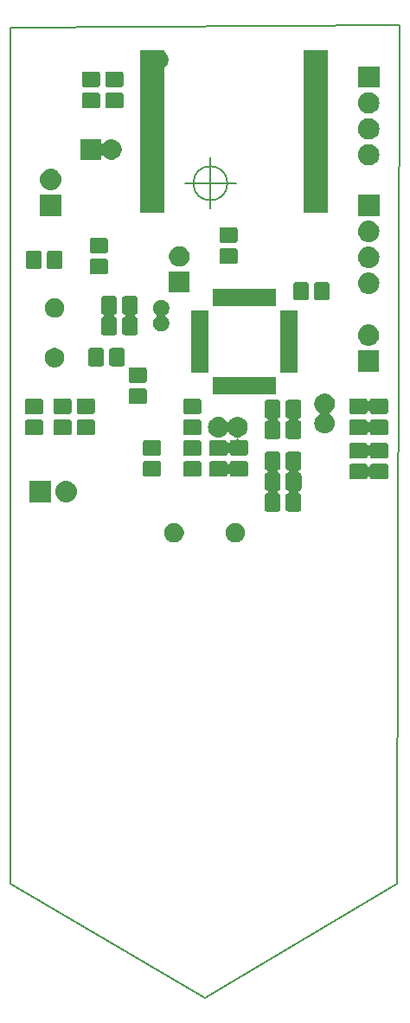
<source format=gbr>
%TF.GenerationSoftware,KiCad,Pcbnew,5.0.1-33cea8e~68~ubuntu18.04.1*%
%TF.CreationDate,2018-11-02T12:55:16-03:00*%
%TF.ProjectId,placa,706C6163612E6B696361645F70636200,rev?*%
%TF.SameCoordinates,Original*%
%TF.FileFunction,Soldermask,Top*%
%TF.FilePolarity,Negative*%
%FSLAX46Y46*%
G04 Gerber Fmt 4.6, Leading zero omitted, Abs format (unit mm)*
G04 Created by KiCad (PCBNEW 5.0.1-33cea8e~68~ubuntu18.04.1) date sex 02 nov 2018 12:55:16 -03*
%MOMM*%
%LPD*%
G01*
G04 APERTURE LIST*
%ADD10C,0.150000*%
G04 APERTURE END LIST*
D10*
X124856666Y-42672000D02*
G75*
G03X124856666Y-42672000I-1666666J0D01*
G01*
X120690000Y-42672000D02*
X125690000Y-42672000D01*
X123190000Y-40172000D02*
X123190000Y-45172000D01*
X103632000Y-27432000D02*
X141732000Y-27178000D01*
X103632000Y-111252000D02*
X103632000Y-27432000D01*
X122682000Y-122428000D02*
X103632000Y-111252000D01*
X141478000Y-111252000D02*
X122682000Y-122428000D01*
X141478000Y-110998000D02*
X141478000Y-111252000D01*
X141732000Y-27178000D02*
X141478000Y-110998000D01*
G36*
X125911603Y-75955968D02*
X125911606Y-75955969D01*
X125911605Y-75955969D01*
X126086678Y-76028486D01*
X126086679Y-76028487D01*
X126244241Y-76133767D01*
X126378233Y-76267759D01*
X126378234Y-76267761D01*
X126483514Y-76425322D01*
X126539603Y-76560734D01*
X126556032Y-76600397D01*
X126593000Y-76786250D01*
X126593000Y-76975750D01*
X126556032Y-77161603D01*
X126556031Y-77161605D01*
X126483514Y-77336678D01*
X126483513Y-77336679D01*
X126378233Y-77494241D01*
X126244241Y-77628233D01*
X126164923Y-77681232D01*
X126086678Y-77733514D01*
X125951266Y-77789603D01*
X125911603Y-77806032D01*
X125725750Y-77843000D01*
X125536250Y-77843000D01*
X125350397Y-77806032D01*
X125310734Y-77789603D01*
X125175322Y-77733514D01*
X125097077Y-77681232D01*
X125017759Y-77628233D01*
X124883767Y-77494241D01*
X124778487Y-77336679D01*
X124778486Y-77336678D01*
X124705969Y-77161605D01*
X124705968Y-77161603D01*
X124669000Y-76975750D01*
X124669000Y-76786250D01*
X124705968Y-76600397D01*
X124722397Y-76560734D01*
X124778486Y-76425322D01*
X124883766Y-76267761D01*
X124883767Y-76267759D01*
X125017759Y-76133767D01*
X125175321Y-76028487D01*
X125175322Y-76028486D01*
X125350395Y-75955969D01*
X125350394Y-75955969D01*
X125350397Y-75955968D01*
X125536250Y-75919000D01*
X125725750Y-75919000D01*
X125911603Y-75955968D01*
X125911603Y-75955968D01*
G37*
G36*
X119911603Y-75955968D02*
X119911606Y-75955969D01*
X119911605Y-75955969D01*
X120086678Y-76028486D01*
X120086679Y-76028487D01*
X120244241Y-76133767D01*
X120378233Y-76267759D01*
X120378234Y-76267761D01*
X120483514Y-76425322D01*
X120539603Y-76560734D01*
X120556032Y-76600397D01*
X120593000Y-76786250D01*
X120593000Y-76975750D01*
X120556032Y-77161603D01*
X120556031Y-77161605D01*
X120483514Y-77336678D01*
X120483513Y-77336679D01*
X120378233Y-77494241D01*
X120244241Y-77628233D01*
X120164923Y-77681232D01*
X120086678Y-77733514D01*
X119951266Y-77789603D01*
X119911603Y-77806032D01*
X119725750Y-77843000D01*
X119536250Y-77843000D01*
X119350397Y-77806032D01*
X119310734Y-77789603D01*
X119175322Y-77733514D01*
X119097077Y-77681232D01*
X119017759Y-77628233D01*
X118883767Y-77494241D01*
X118778487Y-77336679D01*
X118778486Y-77336678D01*
X118705969Y-77161605D01*
X118705968Y-77161603D01*
X118669000Y-76975750D01*
X118669000Y-76786250D01*
X118705968Y-76600397D01*
X118722397Y-76560734D01*
X118778486Y-76425322D01*
X118883766Y-76267761D01*
X118883767Y-76267759D01*
X119017759Y-76133767D01*
X119175321Y-76028487D01*
X119175322Y-76028486D01*
X119350395Y-75955969D01*
X119350394Y-75955969D01*
X119350397Y-75955968D01*
X119536250Y-75919000D01*
X119725750Y-75919000D01*
X119911603Y-75955968D01*
X119911603Y-75955968D01*
G37*
G36*
X129837530Y-68955710D02*
X129887379Y-68970831D01*
X129933311Y-68995382D01*
X129973574Y-69028426D01*
X130006618Y-69068689D01*
X130031169Y-69114621D01*
X130046290Y-69164470D01*
X130052000Y-69222444D01*
X130052000Y-70477556D01*
X130046290Y-70535530D01*
X130031169Y-70585379D01*
X130006618Y-70631311D01*
X129973574Y-70671574D01*
X129933311Y-70704618D01*
X129887379Y-70729169D01*
X129835133Y-70745017D01*
X129812494Y-70754394D01*
X129792119Y-70768008D01*
X129774792Y-70785335D01*
X129761178Y-70805710D01*
X129751801Y-70828349D01*
X129747020Y-70852382D01*
X129747020Y-70876886D01*
X129751800Y-70900920D01*
X129761177Y-70923559D01*
X129774791Y-70943934D01*
X129792118Y-70961261D01*
X129812493Y-70974875D01*
X129835133Y-70984253D01*
X129896379Y-71002831D01*
X129942311Y-71027382D01*
X129982574Y-71060426D01*
X130015618Y-71100689D01*
X130040169Y-71146621D01*
X130055290Y-71196470D01*
X130061000Y-71254444D01*
X130061000Y-72509556D01*
X130055290Y-72567530D01*
X130040169Y-72617379D01*
X130015618Y-72663311D01*
X129982574Y-72703574D01*
X129942311Y-72736618D01*
X129896379Y-72761169D01*
X129840728Y-72778050D01*
X129828540Y-72780474D01*
X129805900Y-72789850D01*
X129785525Y-72803463D01*
X129768197Y-72820789D01*
X129754582Y-72841163D01*
X129745203Y-72863801D01*
X129740422Y-72887834D01*
X129740420Y-72912339D01*
X129745200Y-72936372D01*
X129754576Y-72959012D01*
X129768189Y-72979387D01*
X129785515Y-72996715D01*
X129805889Y-73010330D01*
X129828534Y-73019711D01*
X129878379Y-73034831D01*
X129924311Y-73059382D01*
X129964574Y-73092426D01*
X129997618Y-73132689D01*
X130022169Y-73178621D01*
X130037290Y-73228470D01*
X130043000Y-73286444D01*
X130043000Y-74541556D01*
X130037290Y-74599530D01*
X130022169Y-74649379D01*
X129997618Y-74695311D01*
X129964574Y-74735574D01*
X129924311Y-74768618D01*
X129878379Y-74793169D01*
X129828530Y-74808290D01*
X129770556Y-74814000D01*
X128765444Y-74814000D01*
X128707470Y-74808290D01*
X128657621Y-74793169D01*
X128611689Y-74768618D01*
X128571426Y-74735574D01*
X128538382Y-74695311D01*
X128513831Y-74649379D01*
X128498710Y-74599530D01*
X128493000Y-74541556D01*
X128493000Y-73286444D01*
X128498710Y-73228470D01*
X128513831Y-73178621D01*
X128538382Y-73132689D01*
X128571426Y-73092426D01*
X128611689Y-73059382D01*
X128657621Y-73034831D01*
X128713272Y-73017950D01*
X128725460Y-73015526D01*
X128748100Y-73006150D01*
X128768475Y-72992537D01*
X128785803Y-72975211D01*
X128799418Y-72954837D01*
X128808797Y-72932199D01*
X128813578Y-72908166D01*
X128813580Y-72883661D01*
X128808800Y-72859628D01*
X128799424Y-72836988D01*
X128785811Y-72816613D01*
X128768485Y-72799285D01*
X128748111Y-72785670D01*
X128725466Y-72776289D01*
X128675621Y-72761169D01*
X128629689Y-72736618D01*
X128589426Y-72703574D01*
X128556382Y-72663311D01*
X128531831Y-72617379D01*
X128516710Y-72567530D01*
X128511000Y-72509556D01*
X128511000Y-71254444D01*
X128516710Y-71196470D01*
X128531831Y-71146621D01*
X128556382Y-71100689D01*
X128589426Y-71060426D01*
X128629689Y-71027382D01*
X128675621Y-71002831D01*
X128727867Y-70986983D01*
X128750506Y-70977606D01*
X128770881Y-70963992D01*
X128788208Y-70946665D01*
X128801822Y-70926290D01*
X128811199Y-70903651D01*
X128815980Y-70879618D01*
X128815980Y-70855114D01*
X128811200Y-70831080D01*
X128801823Y-70808441D01*
X128788209Y-70788066D01*
X128770882Y-70770739D01*
X128750507Y-70757125D01*
X128727867Y-70747747D01*
X128666621Y-70729169D01*
X128620689Y-70704618D01*
X128580426Y-70671574D01*
X128547382Y-70631311D01*
X128522831Y-70585379D01*
X128507710Y-70535530D01*
X128502000Y-70477556D01*
X128502000Y-69222444D01*
X128507710Y-69164470D01*
X128522831Y-69114621D01*
X128547382Y-69068689D01*
X128580426Y-69028426D01*
X128620689Y-68995382D01*
X128666621Y-68970831D01*
X128716470Y-68955710D01*
X128774444Y-68950000D01*
X129779556Y-68950000D01*
X129837530Y-68955710D01*
X129837530Y-68955710D01*
G37*
G36*
X131887530Y-68955710D02*
X131937379Y-68970831D01*
X131983311Y-68995382D01*
X132023574Y-69028426D01*
X132056618Y-69068689D01*
X132081169Y-69114621D01*
X132096290Y-69164470D01*
X132102000Y-69222444D01*
X132102000Y-70477556D01*
X132096290Y-70535530D01*
X132081169Y-70585379D01*
X132056618Y-70631311D01*
X132023574Y-70671574D01*
X131983311Y-70704618D01*
X131937379Y-70729169D01*
X131885133Y-70745017D01*
X131862494Y-70754394D01*
X131842119Y-70768008D01*
X131824792Y-70785335D01*
X131811178Y-70805710D01*
X131801801Y-70828349D01*
X131797020Y-70852382D01*
X131797020Y-70876886D01*
X131801800Y-70900920D01*
X131811177Y-70923559D01*
X131824791Y-70943934D01*
X131842118Y-70961261D01*
X131862493Y-70974875D01*
X131885133Y-70984253D01*
X131946379Y-71002831D01*
X131992311Y-71027382D01*
X132032574Y-71060426D01*
X132065618Y-71100689D01*
X132090169Y-71146621D01*
X132105290Y-71196470D01*
X132111000Y-71254444D01*
X132111000Y-72509556D01*
X132105290Y-72567530D01*
X132090169Y-72617379D01*
X132065618Y-72663311D01*
X132032574Y-72703574D01*
X131992311Y-72736618D01*
X131946379Y-72761169D01*
X131890728Y-72778050D01*
X131878540Y-72780474D01*
X131855900Y-72789850D01*
X131835525Y-72803463D01*
X131818197Y-72820789D01*
X131804582Y-72841163D01*
X131795203Y-72863801D01*
X131790422Y-72887834D01*
X131790420Y-72912339D01*
X131795200Y-72936372D01*
X131804576Y-72959012D01*
X131818189Y-72979387D01*
X131835515Y-72996715D01*
X131855889Y-73010330D01*
X131878534Y-73019711D01*
X131928379Y-73034831D01*
X131974311Y-73059382D01*
X132014574Y-73092426D01*
X132047618Y-73132689D01*
X132072169Y-73178621D01*
X132087290Y-73228470D01*
X132093000Y-73286444D01*
X132093000Y-74541556D01*
X132087290Y-74599530D01*
X132072169Y-74649379D01*
X132047618Y-74695311D01*
X132014574Y-74735574D01*
X131974311Y-74768618D01*
X131928379Y-74793169D01*
X131878530Y-74808290D01*
X131820556Y-74814000D01*
X130815444Y-74814000D01*
X130757470Y-74808290D01*
X130707621Y-74793169D01*
X130661689Y-74768618D01*
X130621426Y-74735574D01*
X130588382Y-74695311D01*
X130563831Y-74649379D01*
X130548710Y-74599530D01*
X130543000Y-74541556D01*
X130543000Y-73286444D01*
X130548710Y-73228470D01*
X130563831Y-73178621D01*
X130588382Y-73132689D01*
X130621426Y-73092426D01*
X130661689Y-73059382D01*
X130707621Y-73034831D01*
X130763272Y-73017950D01*
X130775460Y-73015526D01*
X130798100Y-73006150D01*
X130818475Y-72992537D01*
X130835803Y-72975211D01*
X130849418Y-72954837D01*
X130858797Y-72932199D01*
X130863578Y-72908166D01*
X130863580Y-72883661D01*
X130858800Y-72859628D01*
X130849424Y-72836988D01*
X130835811Y-72816613D01*
X130818485Y-72799285D01*
X130798111Y-72785670D01*
X130775466Y-72776289D01*
X130725621Y-72761169D01*
X130679689Y-72736618D01*
X130639426Y-72703574D01*
X130606382Y-72663311D01*
X130581831Y-72617379D01*
X130566710Y-72567530D01*
X130561000Y-72509556D01*
X130561000Y-71254444D01*
X130566710Y-71196470D01*
X130581831Y-71146621D01*
X130606382Y-71100689D01*
X130639426Y-71060426D01*
X130679689Y-71027382D01*
X130725621Y-71002831D01*
X130777867Y-70986983D01*
X130800506Y-70977606D01*
X130820881Y-70963992D01*
X130838208Y-70946665D01*
X130851822Y-70926290D01*
X130861199Y-70903651D01*
X130865980Y-70879618D01*
X130865980Y-70855114D01*
X130861200Y-70831080D01*
X130851823Y-70808441D01*
X130838209Y-70788066D01*
X130820882Y-70770739D01*
X130800507Y-70757125D01*
X130777867Y-70747747D01*
X130716621Y-70729169D01*
X130670689Y-70704618D01*
X130630426Y-70671574D01*
X130597382Y-70631311D01*
X130572831Y-70585379D01*
X130557710Y-70535530D01*
X130552000Y-70477556D01*
X130552000Y-69222444D01*
X130557710Y-69164470D01*
X130572831Y-69114621D01*
X130597382Y-69068689D01*
X130630426Y-69028426D01*
X130670689Y-68995382D01*
X130716621Y-68970831D01*
X130766470Y-68955710D01*
X130824444Y-68950000D01*
X131829556Y-68950000D01*
X131887530Y-68955710D01*
X131887530Y-68955710D01*
G37*
G36*
X107577600Y-73897200D02*
X105477600Y-73897200D01*
X105477600Y-71797200D01*
X107577600Y-71797200D01*
X107577600Y-73897200D01*
X107577600Y-73897200D01*
G37*
G36*
X109196307Y-71804796D02*
X109273436Y-71812393D01*
X109405387Y-71852420D01*
X109471363Y-71872433D01*
X109653772Y-71969933D01*
X109813654Y-72101146D01*
X109944867Y-72261028D01*
X110042367Y-72443437D01*
X110042367Y-72443438D01*
X110102407Y-72641364D01*
X110122680Y-72847200D01*
X110102407Y-73053036D01*
X110068821Y-73163753D01*
X110042367Y-73250963D01*
X109944867Y-73433372D01*
X109813654Y-73593254D01*
X109653772Y-73724467D01*
X109471363Y-73821967D01*
X109405387Y-73841980D01*
X109273436Y-73882007D01*
X109196307Y-73889604D01*
X109119180Y-73897200D01*
X109016020Y-73897200D01*
X108938893Y-73889604D01*
X108861764Y-73882007D01*
X108729813Y-73841980D01*
X108663837Y-73821967D01*
X108481428Y-73724467D01*
X108321546Y-73593254D01*
X108190333Y-73433372D01*
X108092833Y-73250963D01*
X108066379Y-73163753D01*
X108032793Y-73053036D01*
X108012520Y-72847200D01*
X108032793Y-72641364D01*
X108092833Y-72443438D01*
X108092833Y-72443437D01*
X108190333Y-72261028D01*
X108321546Y-72101146D01*
X108481428Y-71969933D01*
X108663837Y-71872433D01*
X108729813Y-71852420D01*
X108861764Y-71812393D01*
X108938893Y-71804796D01*
X109016020Y-71797200D01*
X109119180Y-71797200D01*
X109196307Y-71804796D01*
X109196307Y-71804796D01*
G37*
G36*
X138353530Y-70114710D02*
X138403379Y-70129831D01*
X138449311Y-70154382D01*
X138489574Y-70187426D01*
X138522618Y-70227689D01*
X138547169Y-70273621D01*
X138564382Y-70330367D01*
X138573759Y-70353006D01*
X138587373Y-70373380D01*
X138604700Y-70390708D01*
X138625075Y-70404322D01*
X138647714Y-70413699D01*
X138671747Y-70418480D01*
X138696251Y-70418480D01*
X138720285Y-70413700D01*
X138742924Y-70404323D01*
X138763298Y-70390709D01*
X138780626Y-70373382D01*
X138794240Y-70353007D01*
X138803618Y-70330367D01*
X138820831Y-70273621D01*
X138845382Y-70227689D01*
X138878426Y-70187426D01*
X138918689Y-70154382D01*
X138964621Y-70129831D01*
X139014470Y-70114710D01*
X139072444Y-70109000D01*
X140327556Y-70109000D01*
X140385530Y-70114710D01*
X140435379Y-70129831D01*
X140481311Y-70154382D01*
X140521574Y-70187426D01*
X140554618Y-70227689D01*
X140579169Y-70273621D01*
X140594290Y-70323470D01*
X140600000Y-70381444D01*
X140600000Y-71386556D01*
X140594290Y-71444530D01*
X140579169Y-71494379D01*
X140554618Y-71540311D01*
X140521574Y-71580574D01*
X140481311Y-71613618D01*
X140435379Y-71638169D01*
X140385530Y-71653290D01*
X140327556Y-71659000D01*
X139072444Y-71659000D01*
X139014470Y-71653290D01*
X138964621Y-71638169D01*
X138918689Y-71613618D01*
X138878426Y-71580574D01*
X138845382Y-71540311D01*
X138820831Y-71494379D01*
X138803618Y-71437633D01*
X138794241Y-71414994D01*
X138780627Y-71394620D01*
X138763300Y-71377292D01*
X138742925Y-71363678D01*
X138720286Y-71354301D01*
X138696253Y-71349520D01*
X138671749Y-71349520D01*
X138647715Y-71354300D01*
X138625076Y-71363677D01*
X138604702Y-71377291D01*
X138587374Y-71394618D01*
X138573760Y-71414993D01*
X138564382Y-71437633D01*
X138547169Y-71494379D01*
X138522618Y-71540311D01*
X138489574Y-71580574D01*
X138449311Y-71613618D01*
X138403379Y-71638169D01*
X138353530Y-71653290D01*
X138295556Y-71659000D01*
X137040444Y-71659000D01*
X136982470Y-71653290D01*
X136932621Y-71638169D01*
X136886689Y-71613618D01*
X136846426Y-71580574D01*
X136813382Y-71540311D01*
X136788831Y-71494379D01*
X136773710Y-71444530D01*
X136768000Y-71386556D01*
X136768000Y-70381444D01*
X136773710Y-70323470D01*
X136788831Y-70273621D01*
X136813382Y-70227689D01*
X136846426Y-70187426D01*
X136886689Y-70154382D01*
X136932621Y-70129831D01*
X136982470Y-70114710D01*
X137040444Y-70109000D01*
X138295556Y-70109000D01*
X138353530Y-70114710D01*
X138353530Y-70114710D01*
G37*
G36*
X122097530Y-69860710D02*
X122147379Y-69875831D01*
X122193311Y-69900382D01*
X122233574Y-69933426D01*
X122266618Y-69973689D01*
X122291169Y-70019621D01*
X122306290Y-70069470D01*
X122312000Y-70127444D01*
X122312000Y-71132556D01*
X122306290Y-71190530D01*
X122291169Y-71240379D01*
X122266618Y-71286311D01*
X122233574Y-71326574D01*
X122193311Y-71359618D01*
X122147379Y-71384169D01*
X122097530Y-71399290D01*
X122039556Y-71405000D01*
X120784444Y-71405000D01*
X120726470Y-71399290D01*
X120676621Y-71384169D01*
X120630689Y-71359618D01*
X120590426Y-71326574D01*
X120557382Y-71286311D01*
X120532831Y-71240379D01*
X120517710Y-71190530D01*
X120512000Y-71132556D01*
X120512000Y-70127444D01*
X120517710Y-70069470D01*
X120532831Y-70019621D01*
X120557382Y-69973689D01*
X120590426Y-69933426D01*
X120630689Y-69900382D01*
X120676621Y-69875831D01*
X120726470Y-69860710D01*
X120784444Y-69855000D01*
X122039556Y-69855000D01*
X122097530Y-69860710D01*
X122097530Y-69860710D01*
G37*
G36*
X126669530Y-69842710D02*
X126719379Y-69857831D01*
X126765311Y-69882382D01*
X126805574Y-69915426D01*
X126838618Y-69955689D01*
X126863169Y-70001621D01*
X126878290Y-70051470D01*
X126884000Y-70109444D01*
X126884000Y-71114556D01*
X126878290Y-71172530D01*
X126863169Y-71222379D01*
X126838618Y-71268311D01*
X126805574Y-71308574D01*
X126765311Y-71341618D01*
X126719379Y-71366169D01*
X126669530Y-71381290D01*
X126611556Y-71387000D01*
X125356444Y-71387000D01*
X125298470Y-71381290D01*
X125248621Y-71366169D01*
X125202689Y-71341618D01*
X125162426Y-71308574D01*
X125129382Y-71268311D01*
X125104831Y-71222379D01*
X125089711Y-71172534D01*
X125080333Y-71149895D01*
X125066719Y-71129520D01*
X125049392Y-71112193D01*
X125029018Y-71098579D01*
X125006379Y-71089202D01*
X124982345Y-71084421D01*
X124957841Y-71084421D01*
X124933808Y-71089201D01*
X124911169Y-71098579D01*
X124890794Y-71112193D01*
X124873467Y-71129520D01*
X124859853Y-71149894D01*
X124850476Y-71172533D01*
X124848051Y-71184726D01*
X124831169Y-71240379D01*
X124806618Y-71286311D01*
X124773574Y-71326574D01*
X124733311Y-71359618D01*
X124687379Y-71384169D01*
X124637530Y-71399290D01*
X124579556Y-71405000D01*
X123324444Y-71405000D01*
X123266470Y-71399290D01*
X123216621Y-71384169D01*
X123170689Y-71359618D01*
X123130426Y-71326574D01*
X123097382Y-71286311D01*
X123072831Y-71240379D01*
X123057710Y-71190530D01*
X123052000Y-71132556D01*
X123052000Y-70127444D01*
X123057710Y-70069470D01*
X123072831Y-70019621D01*
X123097382Y-69973689D01*
X123130426Y-69933426D01*
X123170689Y-69900382D01*
X123216621Y-69875831D01*
X123266470Y-69860710D01*
X123324444Y-69855000D01*
X124579556Y-69855000D01*
X124637530Y-69860710D01*
X124687379Y-69875831D01*
X124733311Y-69900382D01*
X124773574Y-69933426D01*
X124806618Y-69973689D01*
X124831169Y-70019621D01*
X124846289Y-70069466D01*
X124855667Y-70092105D01*
X124869281Y-70112480D01*
X124886608Y-70129807D01*
X124906982Y-70143421D01*
X124929621Y-70152798D01*
X124953655Y-70157579D01*
X124978159Y-70157579D01*
X125002192Y-70152799D01*
X125024831Y-70143421D01*
X125045206Y-70129807D01*
X125062533Y-70112480D01*
X125076147Y-70092106D01*
X125085524Y-70069467D01*
X125087949Y-70057274D01*
X125104831Y-70001621D01*
X125129382Y-69955689D01*
X125162426Y-69915426D01*
X125202689Y-69882382D01*
X125248621Y-69857831D01*
X125298470Y-69842710D01*
X125356444Y-69837000D01*
X126611556Y-69837000D01*
X126669530Y-69842710D01*
X126669530Y-69842710D01*
G37*
G36*
X118160530Y-69851710D02*
X118210379Y-69866831D01*
X118256311Y-69891382D01*
X118296574Y-69924426D01*
X118329618Y-69964689D01*
X118354169Y-70010621D01*
X118369290Y-70060470D01*
X118375000Y-70118444D01*
X118375000Y-71123556D01*
X118369290Y-71181530D01*
X118354169Y-71231379D01*
X118329618Y-71277311D01*
X118296574Y-71317574D01*
X118256311Y-71350618D01*
X118210379Y-71375169D01*
X118160530Y-71390290D01*
X118102556Y-71396000D01*
X116847444Y-71396000D01*
X116789470Y-71390290D01*
X116739621Y-71375169D01*
X116693689Y-71350618D01*
X116653426Y-71317574D01*
X116620382Y-71277311D01*
X116595831Y-71231379D01*
X116580710Y-71181530D01*
X116575000Y-71123556D01*
X116575000Y-70118444D01*
X116580710Y-70060470D01*
X116595831Y-70010621D01*
X116620382Y-69964689D01*
X116653426Y-69924426D01*
X116693689Y-69891382D01*
X116739621Y-69866831D01*
X116789470Y-69851710D01*
X116847444Y-69846000D01*
X118102556Y-69846000D01*
X118160530Y-69851710D01*
X118160530Y-69851710D01*
G37*
G36*
X138353530Y-68064710D02*
X138403379Y-68079831D01*
X138449311Y-68104382D01*
X138489574Y-68137426D01*
X138522618Y-68177689D01*
X138547169Y-68223621D01*
X138564382Y-68280367D01*
X138573759Y-68303006D01*
X138587373Y-68323380D01*
X138604700Y-68340708D01*
X138625075Y-68354322D01*
X138647714Y-68363699D01*
X138671747Y-68368480D01*
X138696251Y-68368480D01*
X138720285Y-68363700D01*
X138742924Y-68354323D01*
X138763298Y-68340709D01*
X138780626Y-68323382D01*
X138794240Y-68303007D01*
X138803618Y-68280367D01*
X138820831Y-68223621D01*
X138845382Y-68177689D01*
X138878426Y-68137426D01*
X138918689Y-68104382D01*
X138964621Y-68079831D01*
X139014470Y-68064710D01*
X139072444Y-68059000D01*
X140327556Y-68059000D01*
X140385530Y-68064710D01*
X140435379Y-68079831D01*
X140481311Y-68104382D01*
X140521574Y-68137426D01*
X140554618Y-68177689D01*
X140579169Y-68223621D01*
X140594290Y-68273470D01*
X140600000Y-68331444D01*
X140600000Y-69336556D01*
X140594290Y-69394530D01*
X140579169Y-69444379D01*
X140554618Y-69490311D01*
X140521574Y-69530574D01*
X140481311Y-69563618D01*
X140435379Y-69588169D01*
X140385530Y-69603290D01*
X140327556Y-69609000D01*
X139072444Y-69609000D01*
X139014470Y-69603290D01*
X138964621Y-69588169D01*
X138918689Y-69563618D01*
X138878426Y-69530574D01*
X138845382Y-69490311D01*
X138820831Y-69444379D01*
X138803618Y-69387633D01*
X138794241Y-69364994D01*
X138780627Y-69344620D01*
X138763300Y-69327292D01*
X138742925Y-69313678D01*
X138720286Y-69304301D01*
X138696253Y-69299520D01*
X138671749Y-69299520D01*
X138647715Y-69304300D01*
X138625076Y-69313677D01*
X138604702Y-69327291D01*
X138587374Y-69344618D01*
X138573760Y-69364993D01*
X138564382Y-69387633D01*
X138547169Y-69444379D01*
X138522618Y-69490311D01*
X138489574Y-69530574D01*
X138449311Y-69563618D01*
X138403379Y-69588169D01*
X138353530Y-69603290D01*
X138295556Y-69609000D01*
X137040444Y-69609000D01*
X136982470Y-69603290D01*
X136932621Y-69588169D01*
X136886689Y-69563618D01*
X136846426Y-69530574D01*
X136813382Y-69490311D01*
X136788831Y-69444379D01*
X136773710Y-69394530D01*
X136768000Y-69336556D01*
X136768000Y-68331444D01*
X136773710Y-68273470D01*
X136788831Y-68223621D01*
X136813382Y-68177689D01*
X136846426Y-68137426D01*
X136886689Y-68104382D01*
X136932621Y-68079831D01*
X136982470Y-68064710D01*
X137040444Y-68059000D01*
X138295556Y-68059000D01*
X138353530Y-68064710D01*
X138353530Y-68064710D01*
G37*
G36*
X122097530Y-67810710D02*
X122147379Y-67825831D01*
X122193311Y-67850382D01*
X122233574Y-67883426D01*
X122266618Y-67923689D01*
X122291169Y-67969621D01*
X122306290Y-68019470D01*
X122312000Y-68077444D01*
X122312000Y-69082556D01*
X122306290Y-69140530D01*
X122291169Y-69190379D01*
X122266618Y-69236311D01*
X122233574Y-69276574D01*
X122193311Y-69309618D01*
X122147379Y-69334169D01*
X122097530Y-69349290D01*
X122039556Y-69355000D01*
X120784444Y-69355000D01*
X120726470Y-69349290D01*
X120676621Y-69334169D01*
X120630689Y-69309618D01*
X120590426Y-69276574D01*
X120557382Y-69236311D01*
X120532831Y-69190379D01*
X120517710Y-69140530D01*
X120512000Y-69082556D01*
X120512000Y-68077444D01*
X120517710Y-68019470D01*
X120532831Y-67969621D01*
X120557382Y-67923689D01*
X120590426Y-67883426D01*
X120630689Y-67850382D01*
X120676621Y-67825831D01*
X120726470Y-67810710D01*
X120784444Y-67805000D01*
X122039556Y-67805000D01*
X122097530Y-67810710D01*
X122097530Y-67810710D01*
G37*
G36*
X124148030Y-65562469D02*
X124148033Y-65562470D01*
X124148034Y-65562470D01*
X124336535Y-65619651D01*
X124336537Y-65619652D01*
X124510260Y-65712509D01*
X124662528Y-65837472D01*
X124787491Y-65989740D01*
X124793549Y-66001074D01*
X124807163Y-66021449D01*
X124824490Y-66038776D01*
X124844864Y-66052390D01*
X124867503Y-66061768D01*
X124891536Y-66066549D01*
X124916041Y-66066549D01*
X124940074Y-66061769D01*
X124962713Y-66052392D01*
X124983088Y-66038778D01*
X125000415Y-66021451D01*
X125007704Y-66011625D01*
X125075249Y-65910537D01*
X125214537Y-65771249D01*
X125378322Y-65661811D01*
X125560311Y-65586429D01*
X125676230Y-65563372D01*
X125753507Y-65548000D01*
X125950493Y-65548000D01*
X126027770Y-65563372D01*
X126143689Y-65586429D01*
X126325678Y-65661811D01*
X126489463Y-65771249D01*
X126628751Y-65910537D01*
X126738189Y-66074322D01*
X126813571Y-66256311D01*
X126852000Y-66449509D01*
X126852000Y-66646491D01*
X126813571Y-66839689D01*
X126738189Y-67021678D01*
X126628751Y-67185463D01*
X126489463Y-67324751D01*
X126325678Y-67434189D01*
X126143689Y-67509571D01*
X126041543Y-67529889D01*
X125993718Y-67539402D01*
X125970269Y-67546515D01*
X125948658Y-67558066D01*
X125929716Y-67573612D01*
X125914170Y-67592554D01*
X125902619Y-67614165D01*
X125895506Y-67637614D01*
X125893104Y-67662000D01*
X125895506Y-67686386D01*
X125902619Y-67709835D01*
X125914170Y-67731446D01*
X125929716Y-67750388D01*
X125948658Y-67765934D01*
X125970269Y-67777485D01*
X125993718Y-67784598D01*
X126018104Y-67787000D01*
X126611556Y-67787000D01*
X126669530Y-67792710D01*
X126719379Y-67807831D01*
X126765311Y-67832382D01*
X126805574Y-67865426D01*
X126838618Y-67905689D01*
X126863169Y-67951621D01*
X126878290Y-68001470D01*
X126884000Y-68059444D01*
X126884000Y-69064556D01*
X126878290Y-69122530D01*
X126863169Y-69172379D01*
X126838618Y-69218311D01*
X126805574Y-69258574D01*
X126765311Y-69291618D01*
X126719379Y-69316169D01*
X126669530Y-69331290D01*
X126611556Y-69337000D01*
X125356444Y-69337000D01*
X125298470Y-69331290D01*
X125248621Y-69316169D01*
X125202689Y-69291618D01*
X125162426Y-69258574D01*
X125129382Y-69218311D01*
X125104831Y-69172379D01*
X125089711Y-69122534D01*
X125080333Y-69099895D01*
X125066719Y-69079520D01*
X125049392Y-69062193D01*
X125029018Y-69048579D01*
X125006379Y-69039202D01*
X124982345Y-69034421D01*
X124957841Y-69034421D01*
X124933808Y-69039201D01*
X124911169Y-69048579D01*
X124890794Y-69062193D01*
X124873467Y-69079520D01*
X124859853Y-69099894D01*
X124850476Y-69122533D01*
X124848051Y-69134726D01*
X124831169Y-69190379D01*
X124806618Y-69236311D01*
X124773574Y-69276574D01*
X124733311Y-69309618D01*
X124687379Y-69334169D01*
X124637530Y-69349290D01*
X124579556Y-69355000D01*
X123324444Y-69355000D01*
X123266470Y-69349290D01*
X123216621Y-69334169D01*
X123170689Y-69309618D01*
X123130426Y-69276574D01*
X123097382Y-69236311D01*
X123072831Y-69190379D01*
X123057710Y-69140530D01*
X123052000Y-69082556D01*
X123052000Y-68077444D01*
X123057710Y-68019470D01*
X123072831Y-67969621D01*
X123097382Y-67923689D01*
X123130426Y-67883426D01*
X123170689Y-67850382D01*
X123216621Y-67825831D01*
X123266470Y-67810710D01*
X123324444Y-67805000D01*
X124579556Y-67805000D01*
X124637530Y-67810710D01*
X124687379Y-67825831D01*
X124733311Y-67850382D01*
X124773574Y-67883426D01*
X124806618Y-67923689D01*
X124831169Y-67969621D01*
X124846289Y-68019466D01*
X124855667Y-68042105D01*
X124869281Y-68062480D01*
X124886608Y-68079807D01*
X124906982Y-68093421D01*
X124929621Y-68102798D01*
X124953655Y-68107579D01*
X124978159Y-68107579D01*
X125002192Y-68102799D01*
X125024831Y-68093421D01*
X125045206Y-68079807D01*
X125062533Y-68062480D01*
X125076147Y-68042106D01*
X125085524Y-68019467D01*
X125087949Y-68007274D01*
X125104831Y-67951621D01*
X125129382Y-67905689D01*
X125162426Y-67865426D01*
X125202689Y-67832382D01*
X125248621Y-67807831D01*
X125298470Y-67792710D01*
X125356444Y-67787000D01*
X125685896Y-67787000D01*
X125710282Y-67784598D01*
X125733731Y-67777485D01*
X125755342Y-67765934D01*
X125774284Y-67750388D01*
X125789830Y-67731446D01*
X125801381Y-67709835D01*
X125808494Y-67686386D01*
X125810896Y-67662000D01*
X125808494Y-67637614D01*
X125801381Y-67614165D01*
X125789830Y-67592554D01*
X125774284Y-67573612D01*
X125755342Y-67558066D01*
X125733731Y-67546515D01*
X125710282Y-67539402D01*
X125662457Y-67529889D01*
X125560311Y-67509571D01*
X125378322Y-67434189D01*
X125214537Y-67324751D01*
X125075249Y-67185463D01*
X125007713Y-67084389D01*
X124992178Y-67065460D01*
X124973236Y-67049915D01*
X124951625Y-67038364D01*
X124928176Y-67031251D01*
X124903790Y-67028849D01*
X124879403Y-67031251D01*
X124855954Y-67038364D01*
X124834343Y-67049915D01*
X124815401Y-67065461D01*
X124799856Y-67084403D01*
X124793549Y-67094926D01*
X124787491Y-67106260D01*
X124662528Y-67258528D01*
X124510260Y-67383491D01*
X124421787Y-67430781D01*
X124336535Y-67476349D01*
X124148034Y-67533530D01*
X124148033Y-67533530D01*
X124148030Y-67533531D01*
X124001124Y-67548000D01*
X123902876Y-67548000D01*
X123755970Y-67533531D01*
X123755967Y-67533530D01*
X123755966Y-67533530D01*
X123567465Y-67476349D01*
X123482213Y-67430781D01*
X123393740Y-67383491D01*
X123241472Y-67258528D01*
X123116509Y-67106260D01*
X123023652Y-66932537D01*
X122966469Y-66744030D01*
X122947162Y-66548000D01*
X122966469Y-66351970D01*
X123020321Y-66174444D01*
X123023651Y-66163465D01*
X123071299Y-66074322D01*
X123116509Y-65989740D01*
X123241472Y-65837472D01*
X123393740Y-65712509D01*
X123567463Y-65619652D01*
X123567465Y-65619651D01*
X123755966Y-65562470D01*
X123755967Y-65562470D01*
X123755970Y-65562469D01*
X123902876Y-65548000D01*
X124001124Y-65548000D01*
X124148030Y-65562469D01*
X124148030Y-65562469D01*
G37*
G36*
X118160530Y-67801710D02*
X118210379Y-67816831D01*
X118256311Y-67841382D01*
X118296574Y-67874426D01*
X118329618Y-67914689D01*
X118354169Y-67960621D01*
X118369290Y-68010470D01*
X118375000Y-68068444D01*
X118375000Y-69073556D01*
X118369290Y-69131530D01*
X118354169Y-69181379D01*
X118329618Y-69227311D01*
X118296574Y-69267574D01*
X118256311Y-69300618D01*
X118210379Y-69325169D01*
X118160530Y-69340290D01*
X118102556Y-69346000D01*
X116847444Y-69346000D01*
X116789470Y-69340290D01*
X116739621Y-69325169D01*
X116693689Y-69300618D01*
X116653426Y-69267574D01*
X116620382Y-69227311D01*
X116595831Y-69181379D01*
X116580710Y-69131530D01*
X116575000Y-69073556D01*
X116575000Y-68068444D01*
X116580710Y-68010470D01*
X116595831Y-67960621D01*
X116620382Y-67914689D01*
X116653426Y-67874426D01*
X116693689Y-67841382D01*
X116739621Y-67816831D01*
X116789470Y-67801710D01*
X116847444Y-67796000D01*
X118102556Y-67796000D01*
X118160530Y-67801710D01*
X118160530Y-67801710D01*
G37*
G36*
X131887530Y-63875710D02*
X131937379Y-63890831D01*
X131983311Y-63915382D01*
X132023574Y-63948426D01*
X132056618Y-63988689D01*
X132081169Y-64034621D01*
X132096290Y-64084470D01*
X132102000Y-64142444D01*
X132102000Y-65397556D01*
X132096290Y-65455530D01*
X132081169Y-65505379D01*
X132056618Y-65551311D01*
X132023574Y-65591574D01*
X131983311Y-65624618D01*
X131937379Y-65649169D01*
X131880633Y-65666382D01*
X131857994Y-65675759D01*
X131837620Y-65689373D01*
X131820292Y-65706700D01*
X131806678Y-65727075D01*
X131797301Y-65749714D01*
X131792520Y-65773747D01*
X131792520Y-65798251D01*
X131797300Y-65822285D01*
X131806677Y-65844924D01*
X131820291Y-65865298D01*
X131837618Y-65882626D01*
X131857993Y-65896240D01*
X131880633Y-65905618D01*
X131937379Y-65922831D01*
X131983311Y-65947382D01*
X132023574Y-65980426D01*
X132056618Y-66020689D01*
X132081169Y-66066621D01*
X132096290Y-66116470D01*
X132102000Y-66174444D01*
X132102000Y-67429556D01*
X132096290Y-67487530D01*
X132081169Y-67537379D01*
X132056618Y-67583311D01*
X132023574Y-67623574D01*
X131983311Y-67656618D01*
X131937379Y-67681169D01*
X131887530Y-67696290D01*
X131829556Y-67702000D01*
X130824444Y-67702000D01*
X130766470Y-67696290D01*
X130716621Y-67681169D01*
X130670689Y-67656618D01*
X130630426Y-67623574D01*
X130597382Y-67583311D01*
X130572831Y-67537379D01*
X130557710Y-67487530D01*
X130552000Y-67429556D01*
X130552000Y-66174444D01*
X130557710Y-66116470D01*
X130572831Y-66066621D01*
X130597382Y-66020689D01*
X130630426Y-65980426D01*
X130670689Y-65947382D01*
X130716621Y-65922831D01*
X130773367Y-65905618D01*
X130796006Y-65896241D01*
X130816380Y-65882627D01*
X130833708Y-65865300D01*
X130847322Y-65844925D01*
X130856699Y-65822286D01*
X130861480Y-65798253D01*
X130861480Y-65773749D01*
X130856700Y-65749715D01*
X130847323Y-65727076D01*
X130833709Y-65706702D01*
X130816382Y-65689374D01*
X130796007Y-65675760D01*
X130773367Y-65666382D01*
X130716621Y-65649169D01*
X130670689Y-65624618D01*
X130630426Y-65591574D01*
X130597382Y-65551311D01*
X130572831Y-65505379D01*
X130557710Y-65455530D01*
X130552000Y-65397556D01*
X130552000Y-64142444D01*
X130557710Y-64084470D01*
X130572831Y-64034621D01*
X130597382Y-63988689D01*
X130630426Y-63948426D01*
X130670689Y-63915382D01*
X130716621Y-63890831D01*
X130766470Y-63875710D01*
X130824444Y-63870000D01*
X131829556Y-63870000D01*
X131887530Y-63875710D01*
X131887530Y-63875710D01*
G37*
G36*
X129837530Y-63875710D02*
X129887379Y-63890831D01*
X129933311Y-63915382D01*
X129973574Y-63948426D01*
X130006618Y-63988689D01*
X130031169Y-64034621D01*
X130046290Y-64084470D01*
X130052000Y-64142444D01*
X130052000Y-65397556D01*
X130046290Y-65455530D01*
X130031169Y-65505379D01*
X130006618Y-65551311D01*
X129973574Y-65591574D01*
X129933311Y-65624618D01*
X129887379Y-65649169D01*
X129830633Y-65666382D01*
X129807994Y-65675759D01*
X129787620Y-65689373D01*
X129770292Y-65706700D01*
X129756678Y-65727075D01*
X129747301Y-65749714D01*
X129742520Y-65773747D01*
X129742520Y-65798251D01*
X129747300Y-65822285D01*
X129756677Y-65844924D01*
X129770291Y-65865298D01*
X129787618Y-65882626D01*
X129807993Y-65896240D01*
X129830633Y-65905618D01*
X129887379Y-65922831D01*
X129933311Y-65947382D01*
X129973574Y-65980426D01*
X130006618Y-66020689D01*
X130031169Y-66066621D01*
X130046290Y-66116470D01*
X130052000Y-66174444D01*
X130052000Y-67429556D01*
X130046290Y-67487530D01*
X130031169Y-67537379D01*
X130006618Y-67583311D01*
X129973574Y-67623574D01*
X129933311Y-67656618D01*
X129887379Y-67681169D01*
X129837530Y-67696290D01*
X129779556Y-67702000D01*
X128774444Y-67702000D01*
X128716470Y-67696290D01*
X128666621Y-67681169D01*
X128620689Y-67656618D01*
X128580426Y-67623574D01*
X128547382Y-67583311D01*
X128522831Y-67537379D01*
X128507710Y-67487530D01*
X128502000Y-67429556D01*
X128502000Y-66174444D01*
X128507710Y-66116470D01*
X128522831Y-66066621D01*
X128547382Y-66020689D01*
X128580426Y-65980426D01*
X128620689Y-65947382D01*
X128666621Y-65922831D01*
X128723367Y-65905618D01*
X128746006Y-65896241D01*
X128766380Y-65882627D01*
X128783708Y-65865300D01*
X128797322Y-65844925D01*
X128806699Y-65822286D01*
X128811480Y-65798253D01*
X128811480Y-65773749D01*
X128806700Y-65749715D01*
X128797323Y-65727076D01*
X128783709Y-65706702D01*
X128766382Y-65689374D01*
X128746007Y-65675760D01*
X128723367Y-65666382D01*
X128666621Y-65649169D01*
X128620689Y-65624618D01*
X128580426Y-65591574D01*
X128547382Y-65551311D01*
X128522831Y-65505379D01*
X128507710Y-65455530D01*
X128502000Y-65397556D01*
X128502000Y-64142444D01*
X128507710Y-64084470D01*
X128522831Y-64034621D01*
X128547382Y-63988689D01*
X128580426Y-63948426D01*
X128620689Y-63915382D01*
X128666621Y-63890831D01*
X128716470Y-63875710D01*
X128774444Y-63870000D01*
X129779556Y-63870000D01*
X129837530Y-63875710D01*
X129837530Y-63875710D01*
G37*
G36*
X106603530Y-65796710D02*
X106653379Y-65811831D01*
X106699311Y-65836382D01*
X106739574Y-65869426D01*
X106772618Y-65909689D01*
X106797169Y-65955621D01*
X106812290Y-66005470D01*
X106818000Y-66063444D01*
X106818000Y-67068556D01*
X106812290Y-67126530D01*
X106797169Y-67176379D01*
X106772618Y-67222311D01*
X106739574Y-67262574D01*
X106699311Y-67295618D01*
X106653379Y-67320169D01*
X106603530Y-67335290D01*
X106545556Y-67341000D01*
X105290444Y-67341000D01*
X105232470Y-67335290D01*
X105182621Y-67320169D01*
X105136689Y-67295618D01*
X105096426Y-67262574D01*
X105063382Y-67222311D01*
X105038831Y-67176379D01*
X105023710Y-67126530D01*
X105018000Y-67068556D01*
X105018000Y-66063444D01*
X105023710Y-66005470D01*
X105038831Y-65955621D01*
X105063382Y-65909689D01*
X105096426Y-65869426D01*
X105136689Y-65836382D01*
X105182621Y-65811831D01*
X105232470Y-65796710D01*
X105290444Y-65791000D01*
X106545556Y-65791000D01*
X106603530Y-65796710D01*
X106603530Y-65796710D01*
G37*
G36*
X122097530Y-65787710D02*
X122147379Y-65802831D01*
X122193311Y-65827382D01*
X122233574Y-65860426D01*
X122266618Y-65900689D01*
X122291169Y-65946621D01*
X122306290Y-65996470D01*
X122312000Y-66054444D01*
X122312000Y-67059556D01*
X122306290Y-67117530D01*
X122291169Y-67167379D01*
X122266618Y-67213311D01*
X122233574Y-67253574D01*
X122193311Y-67286618D01*
X122147379Y-67311169D01*
X122097530Y-67326290D01*
X122039556Y-67332000D01*
X120784444Y-67332000D01*
X120726470Y-67326290D01*
X120676621Y-67311169D01*
X120630689Y-67286618D01*
X120590426Y-67253574D01*
X120557382Y-67213311D01*
X120532831Y-67167379D01*
X120517710Y-67117530D01*
X120512000Y-67059556D01*
X120512000Y-66054444D01*
X120517710Y-65996470D01*
X120532831Y-65946621D01*
X120557382Y-65900689D01*
X120590426Y-65860426D01*
X120630689Y-65827382D01*
X120676621Y-65802831D01*
X120726470Y-65787710D01*
X120784444Y-65782000D01*
X122039556Y-65782000D01*
X122097530Y-65787710D01*
X122097530Y-65787710D01*
G37*
G36*
X109397530Y-65778710D02*
X109447379Y-65793831D01*
X109493311Y-65818382D01*
X109533574Y-65851426D01*
X109566618Y-65891689D01*
X109591169Y-65937621D01*
X109606290Y-65987470D01*
X109612000Y-66045444D01*
X109612000Y-67050556D01*
X109606290Y-67108530D01*
X109591169Y-67158379D01*
X109566618Y-67204311D01*
X109533574Y-67244574D01*
X109493311Y-67277618D01*
X109447379Y-67302169D01*
X109397530Y-67317290D01*
X109339556Y-67323000D01*
X108084444Y-67323000D01*
X108026470Y-67317290D01*
X107976621Y-67302169D01*
X107930689Y-67277618D01*
X107890426Y-67244574D01*
X107857382Y-67204311D01*
X107832831Y-67158379D01*
X107817710Y-67108530D01*
X107812000Y-67050556D01*
X107812000Y-66045444D01*
X107817710Y-65987470D01*
X107832831Y-65937621D01*
X107857382Y-65891689D01*
X107890426Y-65851426D01*
X107930689Y-65818382D01*
X107976621Y-65793831D01*
X108026470Y-65778710D01*
X108084444Y-65773000D01*
X109339556Y-65773000D01*
X109397530Y-65778710D01*
X109397530Y-65778710D01*
G37*
G36*
X138353530Y-65778710D02*
X138403379Y-65793831D01*
X138449311Y-65818382D01*
X138489574Y-65851426D01*
X138522618Y-65891689D01*
X138547169Y-65937621D01*
X138564382Y-65994367D01*
X138573759Y-66017006D01*
X138587373Y-66037380D01*
X138604700Y-66054708D01*
X138625075Y-66068322D01*
X138647714Y-66077699D01*
X138671747Y-66082480D01*
X138696251Y-66082480D01*
X138720285Y-66077700D01*
X138742924Y-66068323D01*
X138763298Y-66054709D01*
X138780626Y-66037382D01*
X138794240Y-66017007D01*
X138803618Y-65994367D01*
X138820831Y-65937621D01*
X138845382Y-65891689D01*
X138878426Y-65851426D01*
X138918689Y-65818382D01*
X138964621Y-65793831D01*
X139014470Y-65778710D01*
X139072444Y-65773000D01*
X140327556Y-65773000D01*
X140385530Y-65778710D01*
X140435379Y-65793831D01*
X140481311Y-65818382D01*
X140521574Y-65851426D01*
X140554618Y-65891689D01*
X140579169Y-65937621D01*
X140594290Y-65987470D01*
X140600000Y-66045444D01*
X140600000Y-67050556D01*
X140594290Y-67108530D01*
X140579169Y-67158379D01*
X140554618Y-67204311D01*
X140521574Y-67244574D01*
X140481311Y-67277618D01*
X140435379Y-67302169D01*
X140385530Y-67317290D01*
X140327556Y-67323000D01*
X139072444Y-67323000D01*
X139014470Y-67317290D01*
X138964621Y-67302169D01*
X138918689Y-67277618D01*
X138878426Y-67244574D01*
X138845382Y-67204311D01*
X138820831Y-67158379D01*
X138803618Y-67101633D01*
X138794241Y-67078994D01*
X138780627Y-67058620D01*
X138763300Y-67041292D01*
X138742925Y-67027678D01*
X138720286Y-67018301D01*
X138696253Y-67013520D01*
X138671749Y-67013520D01*
X138647715Y-67018300D01*
X138625076Y-67027677D01*
X138604702Y-67041291D01*
X138587374Y-67058618D01*
X138573760Y-67078993D01*
X138564382Y-67101633D01*
X138547169Y-67158379D01*
X138522618Y-67204311D01*
X138489574Y-67244574D01*
X138449311Y-67277618D01*
X138403379Y-67302169D01*
X138353530Y-67317290D01*
X138295556Y-67323000D01*
X137040444Y-67323000D01*
X136982470Y-67317290D01*
X136932621Y-67302169D01*
X136886689Y-67277618D01*
X136846426Y-67244574D01*
X136813382Y-67204311D01*
X136788831Y-67158379D01*
X136773710Y-67108530D01*
X136768000Y-67050556D01*
X136768000Y-66045444D01*
X136773710Y-65987470D01*
X136788831Y-65937621D01*
X136813382Y-65891689D01*
X136846426Y-65851426D01*
X136886689Y-65818382D01*
X136932621Y-65793831D01*
X136982470Y-65778710D01*
X137040444Y-65773000D01*
X138295556Y-65773000D01*
X138353530Y-65778710D01*
X138353530Y-65778710D01*
G37*
G36*
X111683530Y-65778710D02*
X111733379Y-65793831D01*
X111779311Y-65818382D01*
X111819574Y-65851426D01*
X111852618Y-65891689D01*
X111877169Y-65937621D01*
X111892290Y-65987470D01*
X111898000Y-66045444D01*
X111898000Y-67050556D01*
X111892290Y-67108530D01*
X111877169Y-67158379D01*
X111852618Y-67204311D01*
X111819574Y-67244574D01*
X111779311Y-67277618D01*
X111733379Y-67302169D01*
X111683530Y-67317290D01*
X111625556Y-67323000D01*
X110370444Y-67323000D01*
X110312470Y-67317290D01*
X110262621Y-67302169D01*
X110216689Y-67277618D01*
X110176426Y-67244574D01*
X110143382Y-67204311D01*
X110118831Y-67158379D01*
X110103710Y-67108530D01*
X110098000Y-67050556D01*
X110098000Y-66045444D01*
X110103710Y-65987470D01*
X110118831Y-65937621D01*
X110143382Y-65891689D01*
X110176426Y-65851426D01*
X110216689Y-65818382D01*
X110262621Y-65793831D01*
X110312470Y-65778710D01*
X110370444Y-65773000D01*
X111625556Y-65773000D01*
X111683530Y-65778710D01*
X111683530Y-65778710D01*
G37*
G36*
X134541770Y-63277372D02*
X134657689Y-63300429D01*
X134839678Y-63375811D01*
X135003463Y-63485249D01*
X135142751Y-63624537D01*
X135252189Y-63788322D01*
X135327571Y-63970311D01*
X135338986Y-64027699D01*
X135364569Y-64156311D01*
X135366000Y-64163509D01*
X135366000Y-64360491D01*
X135327571Y-64553689D01*
X135252189Y-64735678D01*
X135142751Y-64899463D01*
X135003463Y-65038751D01*
X134902389Y-65106287D01*
X134883460Y-65121822D01*
X134867915Y-65140764D01*
X134856364Y-65162375D01*
X134849251Y-65185824D01*
X134846849Y-65210210D01*
X134849251Y-65234597D01*
X134856364Y-65258046D01*
X134867915Y-65279657D01*
X134883461Y-65298599D01*
X134902403Y-65314144D01*
X134912926Y-65320451D01*
X134924260Y-65326509D01*
X135076528Y-65451472D01*
X135201491Y-65603740D01*
X135291029Y-65771253D01*
X135294349Y-65777465D01*
X135348392Y-65955621D01*
X135351531Y-65965970D01*
X135370838Y-66162000D01*
X135351531Y-66358030D01*
X135294348Y-66546537D01*
X135201491Y-66720260D01*
X135076528Y-66872528D01*
X134924260Y-66997491D01*
X134809896Y-67058620D01*
X134750535Y-67090349D01*
X134562034Y-67147530D01*
X134562033Y-67147530D01*
X134562030Y-67147531D01*
X134415124Y-67162000D01*
X134316876Y-67162000D01*
X134169970Y-67147531D01*
X134169967Y-67147530D01*
X134169966Y-67147530D01*
X133981465Y-67090349D01*
X133922104Y-67058620D01*
X133807740Y-66997491D01*
X133655472Y-66872528D01*
X133530509Y-66720260D01*
X133437652Y-66546537D01*
X133380469Y-66358030D01*
X133361162Y-66162000D01*
X133380469Y-65965970D01*
X133383608Y-65955621D01*
X133437651Y-65777465D01*
X133440971Y-65771253D01*
X133530509Y-65603740D01*
X133655472Y-65451472D01*
X133807740Y-65326509D01*
X133819074Y-65320451D01*
X133839449Y-65306837D01*
X133856776Y-65289510D01*
X133870390Y-65269136D01*
X133879768Y-65246497D01*
X133884549Y-65222464D01*
X133884549Y-65197959D01*
X133879769Y-65173926D01*
X133870392Y-65151287D01*
X133856778Y-65130912D01*
X133839451Y-65113585D01*
X133829625Y-65106296D01*
X133728537Y-65038751D01*
X133589249Y-64899463D01*
X133479811Y-64735678D01*
X133404429Y-64553689D01*
X133366000Y-64360491D01*
X133366000Y-64163509D01*
X133367432Y-64156311D01*
X133393014Y-64027699D01*
X133404429Y-63970311D01*
X133479811Y-63788322D01*
X133589249Y-63624537D01*
X133728537Y-63485249D01*
X133892322Y-63375811D01*
X134074311Y-63300429D01*
X134190230Y-63277372D01*
X134267507Y-63262000D01*
X134464493Y-63262000D01*
X134541770Y-63277372D01*
X134541770Y-63277372D01*
G37*
G36*
X106603530Y-63746710D02*
X106653379Y-63761831D01*
X106699311Y-63786382D01*
X106739574Y-63819426D01*
X106772618Y-63859689D01*
X106797169Y-63905621D01*
X106812290Y-63955470D01*
X106818000Y-64013444D01*
X106818000Y-65018556D01*
X106812290Y-65076530D01*
X106797169Y-65126379D01*
X106772618Y-65172311D01*
X106739574Y-65212574D01*
X106699311Y-65245618D01*
X106653379Y-65270169D01*
X106603530Y-65285290D01*
X106545556Y-65291000D01*
X105290444Y-65291000D01*
X105232470Y-65285290D01*
X105182621Y-65270169D01*
X105136689Y-65245618D01*
X105096426Y-65212574D01*
X105063382Y-65172311D01*
X105038831Y-65126379D01*
X105023710Y-65076530D01*
X105018000Y-65018556D01*
X105018000Y-64013444D01*
X105023710Y-63955470D01*
X105038831Y-63905621D01*
X105063382Y-63859689D01*
X105096426Y-63819426D01*
X105136689Y-63786382D01*
X105182621Y-63761831D01*
X105232470Y-63746710D01*
X105290444Y-63741000D01*
X106545556Y-63741000D01*
X106603530Y-63746710D01*
X106603530Y-63746710D01*
G37*
G36*
X122097530Y-63737710D02*
X122147379Y-63752831D01*
X122193311Y-63777382D01*
X122233574Y-63810426D01*
X122266618Y-63850689D01*
X122291169Y-63896621D01*
X122306290Y-63946470D01*
X122312000Y-64004444D01*
X122312000Y-65009556D01*
X122306290Y-65067530D01*
X122291169Y-65117379D01*
X122266618Y-65163311D01*
X122233574Y-65203574D01*
X122193311Y-65236618D01*
X122147379Y-65261169D01*
X122097530Y-65276290D01*
X122039556Y-65282000D01*
X120784444Y-65282000D01*
X120726470Y-65276290D01*
X120676621Y-65261169D01*
X120630689Y-65236618D01*
X120590426Y-65203574D01*
X120557382Y-65163311D01*
X120532831Y-65117379D01*
X120517710Y-65067530D01*
X120512000Y-65009556D01*
X120512000Y-64004444D01*
X120517710Y-63946470D01*
X120532831Y-63896621D01*
X120557382Y-63850689D01*
X120590426Y-63810426D01*
X120630689Y-63777382D01*
X120676621Y-63752831D01*
X120726470Y-63737710D01*
X120784444Y-63732000D01*
X122039556Y-63732000D01*
X122097530Y-63737710D01*
X122097530Y-63737710D01*
G37*
G36*
X111683530Y-63728710D02*
X111733379Y-63743831D01*
X111779311Y-63768382D01*
X111819574Y-63801426D01*
X111852618Y-63841689D01*
X111877169Y-63887621D01*
X111892290Y-63937470D01*
X111898000Y-63995444D01*
X111898000Y-65000556D01*
X111892290Y-65058530D01*
X111877169Y-65108379D01*
X111852618Y-65154311D01*
X111819574Y-65194574D01*
X111779311Y-65227618D01*
X111733379Y-65252169D01*
X111683530Y-65267290D01*
X111625556Y-65273000D01*
X110370444Y-65273000D01*
X110312470Y-65267290D01*
X110262621Y-65252169D01*
X110216689Y-65227618D01*
X110176426Y-65194574D01*
X110143382Y-65154311D01*
X110118831Y-65108379D01*
X110103710Y-65058530D01*
X110098000Y-65000556D01*
X110098000Y-63995444D01*
X110103710Y-63937470D01*
X110118831Y-63887621D01*
X110143382Y-63841689D01*
X110176426Y-63801426D01*
X110216689Y-63768382D01*
X110262621Y-63743831D01*
X110312470Y-63728710D01*
X110370444Y-63723000D01*
X111625556Y-63723000D01*
X111683530Y-63728710D01*
X111683530Y-63728710D01*
G37*
G36*
X109397530Y-63728710D02*
X109447379Y-63743831D01*
X109493311Y-63768382D01*
X109533574Y-63801426D01*
X109566618Y-63841689D01*
X109591169Y-63887621D01*
X109606290Y-63937470D01*
X109612000Y-63995444D01*
X109612000Y-65000556D01*
X109606290Y-65058530D01*
X109591169Y-65108379D01*
X109566618Y-65154311D01*
X109533574Y-65194574D01*
X109493311Y-65227618D01*
X109447379Y-65252169D01*
X109397530Y-65267290D01*
X109339556Y-65273000D01*
X108084444Y-65273000D01*
X108026470Y-65267290D01*
X107976621Y-65252169D01*
X107930689Y-65227618D01*
X107890426Y-65194574D01*
X107857382Y-65154311D01*
X107832831Y-65108379D01*
X107817710Y-65058530D01*
X107812000Y-65000556D01*
X107812000Y-63995444D01*
X107817710Y-63937470D01*
X107832831Y-63887621D01*
X107857382Y-63841689D01*
X107890426Y-63801426D01*
X107930689Y-63768382D01*
X107976621Y-63743831D01*
X108026470Y-63728710D01*
X108084444Y-63723000D01*
X109339556Y-63723000D01*
X109397530Y-63728710D01*
X109397530Y-63728710D01*
G37*
G36*
X138353530Y-63728710D02*
X138403379Y-63743831D01*
X138449311Y-63768382D01*
X138489574Y-63801426D01*
X138522618Y-63841689D01*
X138547169Y-63887621D01*
X138564382Y-63944367D01*
X138573759Y-63967006D01*
X138587373Y-63987380D01*
X138604700Y-64004708D01*
X138625075Y-64018322D01*
X138647714Y-64027699D01*
X138671747Y-64032480D01*
X138696251Y-64032480D01*
X138720285Y-64027700D01*
X138742924Y-64018323D01*
X138763298Y-64004709D01*
X138780626Y-63987382D01*
X138794240Y-63967007D01*
X138803618Y-63944367D01*
X138820831Y-63887621D01*
X138845382Y-63841689D01*
X138878426Y-63801426D01*
X138918689Y-63768382D01*
X138964621Y-63743831D01*
X139014470Y-63728710D01*
X139072444Y-63723000D01*
X140327556Y-63723000D01*
X140385530Y-63728710D01*
X140435379Y-63743831D01*
X140481311Y-63768382D01*
X140521574Y-63801426D01*
X140554618Y-63841689D01*
X140579169Y-63887621D01*
X140594290Y-63937470D01*
X140600000Y-63995444D01*
X140600000Y-65000556D01*
X140594290Y-65058530D01*
X140579169Y-65108379D01*
X140554618Y-65154311D01*
X140521574Y-65194574D01*
X140481311Y-65227618D01*
X140435379Y-65252169D01*
X140385530Y-65267290D01*
X140327556Y-65273000D01*
X139072444Y-65273000D01*
X139014470Y-65267290D01*
X138964621Y-65252169D01*
X138918689Y-65227618D01*
X138878426Y-65194574D01*
X138845382Y-65154311D01*
X138820831Y-65108379D01*
X138803618Y-65051633D01*
X138794241Y-65028994D01*
X138780627Y-65008620D01*
X138763300Y-64991292D01*
X138742925Y-64977678D01*
X138720286Y-64968301D01*
X138696253Y-64963520D01*
X138671749Y-64963520D01*
X138647715Y-64968300D01*
X138625076Y-64977677D01*
X138604702Y-64991291D01*
X138587374Y-65008618D01*
X138573760Y-65028993D01*
X138564382Y-65051633D01*
X138547169Y-65108379D01*
X138522618Y-65154311D01*
X138489574Y-65194574D01*
X138449311Y-65227618D01*
X138403379Y-65252169D01*
X138353530Y-65267290D01*
X138295556Y-65273000D01*
X137040444Y-65273000D01*
X136982470Y-65267290D01*
X136932621Y-65252169D01*
X136886689Y-65227618D01*
X136846426Y-65194574D01*
X136813382Y-65154311D01*
X136788831Y-65108379D01*
X136773710Y-65058530D01*
X136768000Y-65000556D01*
X136768000Y-63995444D01*
X136773710Y-63937470D01*
X136788831Y-63887621D01*
X136813382Y-63841689D01*
X136846426Y-63801426D01*
X136886689Y-63768382D01*
X136932621Y-63743831D01*
X136982470Y-63728710D01*
X137040444Y-63723000D01*
X138295556Y-63723000D01*
X138353530Y-63728710D01*
X138353530Y-63728710D01*
G37*
G36*
X116763530Y-62730710D02*
X116813379Y-62745831D01*
X116859311Y-62770382D01*
X116899574Y-62803426D01*
X116932618Y-62843689D01*
X116957169Y-62889621D01*
X116972290Y-62939470D01*
X116978000Y-62997444D01*
X116978000Y-64002556D01*
X116972290Y-64060530D01*
X116957169Y-64110379D01*
X116932618Y-64156311D01*
X116899574Y-64196574D01*
X116859311Y-64229618D01*
X116813379Y-64254169D01*
X116763530Y-64269290D01*
X116705556Y-64275000D01*
X115450444Y-64275000D01*
X115392470Y-64269290D01*
X115342621Y-64254169D01*
X115296689Y-64229618D01*
X115256426Y-64196574D01*
X115223382Y-64156311D01*
X115198831Y-64110379D01*
X115183710Y-64060530D01*
X115178000Y-64002556D01*
X115178000Y-62997444D01*
X115183710Y-62939470D01*
X115198831Y-62889621D01*
X115223382Y-62843689D01*
X115256426Y-62803426D01*
X115296689Y-62770382D01*
X115342621Y-62745831D01*
X115392470Y-62730710D01*
X115450444Y-62725000D01*
X116705556Y-62725000D01*
X116763530Y-62730710D01*
X116763530Y-62730710D01*
G37*
G36*
X129567000Y-63366000D02*
X123417000Y-63366000D01*
X123417000Y-61666000D01*
X129567000Y-61666000D01*
X129567000Y-63366000D01*
X129567000Y-63366000D01*
G37*
G36*
X116763530Y-60680710D02*
X116813379Y-60695831D01*
X116859311Y-60720382D01*
X116899574Y-60753426D01*
X116932618Y-60793689D01*
X116957169Y-60839621D01*
X116972290Y-60889470D01*
X116978000Y-60947444D01*
X116978000Y-61952556D01*
X116972290Y-62010530D01*
X116957169Y-62060379D01*
X116932618Y-62106311D01*
X116899574Y-62146574D01*
X116859311Y-62179618D01*
X116813379Y-62204169D01*
X116763530Y-62219290D01*
X116705556Y-62225000D01*
X115450444Y-62225000D01*
X115392470Y-62219290D01*
X115342621Y-62204169D01*
X115296689Y-62179618D01*
X115256426Y-62146574D01*
X115223382Y-62106311D01*
X115198831Y-62060379D01*
X115183710Y-62010530D01*
X115178000Y-61952556D01*
X115178000Y-60947444D01*
X115183710Y-60889470D01*
X115198831Y-60839621D01*
X115223382Y-60793689D01*
X115256426Y-60753426D01*
X115296689Y-60720382D01*
X115342621Y-60695831D01*
X115392470Y-60680710D01*
X115450444Y-60675000D01*
X116705556Y-60675000D01*
X116763530Y-60680710D01*
X116763530Y-60680710D01*
G37*
G36*
X122992000Y-61241000D02*
X121292000Y-61241000D01*
X121292000Y-55091000D01*
X122992000Y-55091000D01*
X122992000Y-61241000D01*
X122992000Y-61241000D01*
G37*
G36*
X131692000Y-61241000D02*
X129992000Y-61241000D01*
X129992000Y-55091000D01*
X131692000Y-55091000D01*
X131692000Y-61241000D01*
X131692000Y-61241000D01*
G37*
G36*
X139721300Y-61121000D02*
X137621300Y-61121000D01*
X137621300Y-59021000D01*
X139721300Y-59021000D01*
X139721300Y-61121000D01*
X139721300Y-61121000D01*
G37*
G36*
X108056010Y-58796475D02*
X108227105Y-58830508D01*
X108399994Y-58902121D01*
X108555590Y-59006087D01*
X108687913Y-59138410D01*
X108791879Y-59294006D01*
X108863492Y-59466895D01*
X108900000Y-59650433D01*
X108900000Y-59837567D01*
X108863492Y-60021105D01*
X108791879Y-60193994D01*
X108687913Y-60349590D01*
X108555590Y-60481913D01*
X108399994Y-60585879D01*
X108227105Y-60657492D01*
X108110380Y-60680710D01*
X108043568Y-60694000D01*
X107856432Y-60694000D01*
X107789620Y-60680710D01*
X107672895Y-60657492D01*
X107500006Y-60585879D01*
X107344410Y-60481913D01*
X107212087Y-60349590D01*
X107108121Y-60193994D01*
X107036508Y-60021105D01*
X107000000Y-59837567D01*
X107000000Y-59650433D01*
X107036508Y-59466895D01*
X107108121Y-59294006D01*
X107212087Y-59138410D01*
X107344410Y-59006087D01*
X107500006Y-58902121D01*
X107672895Y-58830508D01*
X107843990Y-58796475D01*
X107856432Y-58794000D01*
X108043568Y-58794000D01*
X108056010Y-58796475D01*
X108056010Y-58796475D01*
G37*
G36*
X112556530Y-58795710D02*
X112606379Y-58810831D01*
X112652311Y-58835382D01*
X112692574Y-58868426D01*
X112725618Y-58908689D01*
X112750169Y-58954621D01*
X112765290Y-59004470D01*
X112771000Y-59062444D01*
X112771000Y-60317556D01*
X112765290Y-60375530D01*
X112750169Y-60425379D01*
X112725618Y-60471311D01*
X112692574Y-60511574D01*
X112652311Y-60544618D01*
X112606379Y-60569169D01*
X112556530Y-60584290D01*
X112498556Y-60590000D01*
X111493444Y-60590000D01*
X111435470Y-60584290D01*
X111385621Y-60569169D01*
X111339689Y-60544618D01*
X111299426Y-60511574D01*
X111266382Y-60471311D01*
X111241831Y-60425379D01*
X111226710Y-60375530D01*
X111221000Y-60317556D01*
X111221000Y-59062444D01*
X111226710Y-59004470D01*
X111241831Y-58954621D01*
X111266382Y-58908689D01*
X111299426Y-58868426D01*
X111339689Y-58835382D01*
X111385621Y-58810831D01*
X111435470Y-58795710D01*
X111493444Y-58790000D01*
X112498556Y-58790000D01*
X112556530Y-58795710D01*
X112556530Y-58795710D01*
G37*
G36*
X114606530Y-58795710D02*
X114656379Y-58810831D01*
X114702311Y-58835382D01*
X114742574Y-58868426D01*
X114775618Y-58908689D01*
X114800169Y-58954621D01*
X114815290Y-59004470D01*
X114821000Y-59062444D01*
X114821000Y-60317556D01*
X114815290Y-60375530D01*
X114800169Y-60425379D01*
X114775618Y-60471311D01*
X114742574Y-60511574D01*
X114702311Y-60544618D01*
X114656379Y-60569169D01*
X114606530Y-60584290D01*
X114548556Y-60590000D01*
X113543444Y-60590000D01*
X113485470Y-60584290D01*
X113435621Y-60569169D01*
X113389689Y-60544618D01*
X113349426Y-60511574D01*
X113316382Y-60471311D01*
X113291831Y-60425379D01*
X113276710Y-60375530D01*
X113271000Y-60317556D01*
X113271000Y-59062444D01*
X113276710Y-59004470D01*
X113291831Y-58954621D01*
X113316382Y-58908689D01*
X113349426Y-58868426D01*
X113389689Y-58835382D01*
X113435621Y-58810831D01*
X113485470Y-58795710D01*
X113543444Y-58790000D01*
X114548556Y-58790000D01*
X114606530Y-58795710D01*
X114606530Y-58795710D01*
G37*
G36*
X138800007Y-56488596D02*
X138877136Y-56496193D01*
X139009087Y-56536220D01*
X139075063Y-56556233D01*
X139257472Y-56653733D01*
X139417354Y-56784946D01*
X139548567Y-56944828D01*
X139646067Y-57127237D01*
X139646067Y-57127238D01*
X139706107Y-57325164D01*
X139726380Y-57531000D01*
X139706107Y-57736836D01*
X139666080Y-57868787D01*
X139646067Y-57934763D01*
X139548567Y-58117172D01*
X139417354Y-58277054D01*
X139257472Y-58408267D01*
X139075063Y-58505767D01*
X139009087Y-58525780D01*
X138877136Y-58565807D01*
X138800007Y-58573403D01*
X138722880Y-58581000D01*
X138619720Y-58581000D01*
X138542593Y-58573403D01*
X138465464Y-58565807D01*
X138333513Y-58525780D01*
X138267537Y-58505767D01*
X138085128Y-58408267D01*
X137925246Y-58277054D01*
X137794033Y-58117172D01*
X137696533Y-57934763D01*
X137676520Y-57868787D01*
X137636493Y-57736836D01*
X137616220Y-57531000D01*
X137636493Y-57325164D01*
X137696533Y-57127238D01*
X137696533Y-57127237D01*
X137794033Y-56944828D01*
X137925246Y-56784946D01*
X138085128Y-56653733D01*
X138267537Y-56556233D01*
X138333513Y-56536220D01*
X138465464Y-56496193D01*
X138542593Y-56488596D01*
X138619720Y-56481000D01*
X138722880Y-56481000D01*
X138800007Y-56488596D01*
X138800007Y-56488596D01*
G37*
G36*
X113826530Y-53715710D02*
X113876379Y-53730831D01*
X113922311Y-53755382D01*
X113962574Y-53788426D01*
X113995618Y-53828689D01*
X114020169Y-53874621D01*
X114035290Y-53924470D01*
X114041000Y-53982444D01*
X114041000Y-55237556D01*
X114035290Y-55295530D01*
X114020169Y-55345379D01*
X113995618Y-55391311D01*
X113962574Y-55431574D01*
X113922311Y-55464618D01*
X113876379Y-55489169D01*
X113819633Y-55506382D01*
X113796994Y-55515759D01*
X113776620Y-55529373D01*
X113759292Y-55546700D01*
X113745678Y-55567075D01*
X113736301Y-55589714D01*
X113731520Y-55613747D01*
X113731520Y-55638251D01*
X113736300Y-55662285D01*
X113745677Y-55684924D01*
X113759291Y-55705298D01*
X113776618Y-55722626D01*
X113796993Y-55736240D01*
X113819633Y-55745618D01*
X113876379Y-55762831D01*
X113922311Y-55787382D01*
X113962574Y-55820426D01*
X113995618Y-55860689D01*
X114020169Y-55906621D01*
X114035290Y-55956470D01*
X114041000Y-56014444D01*
X114041000Y-57269556D01*
X114035290Y-57327530D01*
X114020169Y-57377379D01*
X113995618Y-57423311D01*
X113962574Y-57463574D01*
X113922311Y-57496618D01*
X113876379Y-57521169D01*
X113826530Y-57536290D01*
X113768556Y-57542000D01*
X112763444Y-57542000D01*
X112705470Y-57536290D01*
X112655621Y-57521169D01*
X112609689Y-57496618D01*
X112569426Y-57463574D01*
X112536382Y-57423311D01*
X112511831Y-57377379D01*
X112496710Y-57327530D01*
X112491000Y-57269556D01*
X112491000Y-56014444D01*
X112496710Y-55956470D01*
X112511831Y-55906621D01*
X112536382Y-55860689D01*
X112569426Y-55820426D01*
X112609689Y-55787382D01*
X112655621Y-55762831D01*
X112712367Y-55745618D01*
X112735006Y-55736241D01*
X112755380Y-55722627D01*
X112772708Y-55705300D01*
X112786322Y-55684925D01*
X112795699Y-55662286D01*
X112800480Y-55638253D01*
X112800480Y-55613749D01*
X112795700Y-55589715D01*
X112786323Y-55567076D01*
X112772709Y-55546702D01*
X112755382Y-55529374D01*
X112735007Y-55515760D01*
X112712367Y-55506382D01*
X112655621Y-55489169D01*
X112609689Y-55464618D01*
X112569426Y-55431574D01*
X112536382Y-55391311D01*
X112511831Y-55345379D01*
X112496710Y-55295530D01*
X112491000Y-55237556D01*
X112491000Y-53982444D01*
X112496710Y-53924470D01*
X112511831Y-53874621D01*
X112536382Y-53828689D01*
X112569426Y-53788426D01*
X112609689Y-53755382D01*
X112655621Y-53730831D01*
X112705470Y-53715710D01*
X112763444Y-53710000D01*
X113768556Y-53710000D01*
X113826530Y-53715710D01*
X113826530Y-53715710D01*
G37*
G36*
X115876530Y-53715710D02*
X115926379Y-53730831D01*
X115972311Y-53755382D01*
X116012574Y-53788426D01*
X116045618Y-53828689D01*
X116070169Y-53874621D01*
X116085290Y-53924470D01*
X116091000Y-53982444D01*
X116091000Y-55237556D01*
X116085290Y-55295530D01*
X116070169Y-55345379D01*
X116045618Y-55391311D01*
X116012574Y-55431574D01*
X115972311Y-55464618D01*
X115926379Y-55489169D01*
X115869633Y-55506382D01*
X115846994Y-55515759D01*
X115826620Y-55529373D01*
X115809292Y-55546700D01*
X115795678Y-55567075D01*
X115786301Y-55589714D01*
X115781520Y-55613747D01*
X115781520Y-55638251D01*
X115786300Y-55662285D01*
X115795677Y-55684924D01*
X115809291Y-55705298D01*
X115826618Y-55722626D01*
X115846993Y-55736240D01*
X115869633Y-55745618D01*
X115926379Y-55762831D01*
X115972311Y-55787382D01*
X116012574Y-55820426D01*
X116045618Y-55860689D01*
X116070169Y-55906621D01*
X116085290Y-55956470D01*
X116091000Y-56014444D01*
X116091000Y-57269556D01*
X116085290Y-57327530D01*
X116070169Y-57377379D01*
X116045618Y-57423311D01*
X116012574Y-57463574D01*
X115972311Y-57496618D01*
X115926379Y-57521169D01*
X115876530Y-57536290D01*
X115818556Y-57542000D01*
X114813444Y-57542000D01*
X114755470Y-57536290D01*
X114705621Y-57521169D01*
X114659689Y-57496618D01*
X114619426Y-57463574D01*
X114586382Y-57423311D01*
X114561831Y-57377379D01*
X114546710Y-57327530D01*
X114541000Y-57269556D01*
X114541000Y-56014444D01*
X114546710Y-55956470D01*
X114561831Y-55906621D01*
X114586382Y-55860689D01*
X114619426Y-55820426D01*
X114659689Y-55787382D01*
X114705621Y-55762831D01*
X114762367Y-55745618D01*
X114785006Y-55736241D01*
X114805380Y-55722627D01*
X114822708Y-55705300D01*
X114836322Y-55684925D01*
X114845699Y-55662286D01*
X114850480Y-55638253D01*
X114850480Y-55613749D01*
X114845700Y-55589715D01*
X114836323Y-55567076D01*
X114822709Y-55546702D01*
X114805382Y-55529374D01*
X114785007Y-55515760D01*
X114762367Y-55506382D01*
X114705621Y-55489169D01*
X114659689Y-55464618D01*
X114619426Y-55431574D01*
X114586382Y-55391311D01*
X114561831Y-55345379D01*
X114546710Y-55295530D01*
X114541000Y-55237556D01*
X114541000Y-53982444D01*
X114546710Y-53924470D01*
X114561831Y-53874621D01*
X114586382Y-53828689D01*
X114619426Y-53788426D01*
X114659689Y-53755382D01*
X114705621Y-53730831D01*
X114755470Y-53715710D01*
X114813444Y-53710000D01*
X115818556Y-53710000D01*
X115876530Y-53715710D01*
X115876530Y-53715710D01*
G37*
G36*
X118597352Y-54118743D02*
X118742941Y-54179048D01*
X118873973Y-54266601D01*
X118985399Y-54378027D01*
X119072952Y-54509059D01*
X119133257Y-54654648D01*
X119164000Y-54809205D01*
X119164000Y-54966795D01*
X119133257Y-55121352D01*
X119072952Y-55266941D01*
X118985399Y-55397973D01*
X118873971Y-55509401D01*
X118837056Y-55534067D01*
X118818114Y-55549612D01*
X118802569Y-55568554D01*
X118791018Y-55590165D01*
X118783905Y-55613614D01*
X118781503Y-55638001D01*
X118783905Y-55662387D01*
X118791018Y-55685836D01*
X118802570Y-55707447D01*
X118818115Y-55726389D01*
X118837056Y-55741933D01*
X118873971Y-55766599D01*
X118985399Y-55878027D01*
X119072952Y-56009059D01*
X119133257Y-56154648D01*
X119164000Y-56309205D01*
X119164000Y-56466795D01*
X119133257Y-56621352D01*
X119072952Y-56766941D01*
X118985399Y-56897973D01*
X118873973Y-57009399D01*
X118742941Y-57096952D01*
X118597352Y-57157257D01*
X118442795Y-57188000D01*
X118285205Y-57188000D01*
X118130648Y-57157257D01*
X117985059Y-57096952D01*
X117854027Y-57009399D01*
X117742601Y-56897973D01*
X117655048Y-56766941D01*
X117594743Y-56621352D01*
X117564000Y-56466795D01*
X117564000Y-56309205D01*
X117594743Y-56154648D01*
X117655048Y-56009059D01*
X117742601Y-55878027D01*
X117854029Y-55766599D01*
X117890944Y-55741933D01*
X117909886Y-55726388D01*
X117925431Y-55707446D01*
X117936982Y-55685835D01*
X117944095Y-55662386D01*
X117946497Y-55637999D01*
X117944095Y-55613613D01*
X117936982Y-55590164D01*
X117925430Y-55568553D01*
X117909885Y-55549611D01*
X117890944Y-55534067D01*
X117854029Y-55509401D01*
X117742601Y-55397973D01*
X117655048Y-55266941D01*
X117594743Y-55121352D01*
X117564000Y-54966795D01*
X117564000Y-54809205D01*
X117594743Y-54654648D01*
X117655048Y-54509059D01*
X117742601Y-54378027D01*
X117854027Y-54266601D01*
X117985059Y-54179048D01*
X118130648Y-54118743D01*
X118285205Y-54088000D01*
X118442795Y-54088000D01*
X118597352Y-54118743D01*
X118597352Y-54118743D01*
G37*
G36*
X108063722Y-53918009D02*
X108227105Y-53950508D01*
X108399994Y-54022121D01*
X108555590Y-54126087D01*
X108687913Y-54258410D01*
X108791879Y-54414006D01*
X108863492Y-54586895D01*
X108876969Y-54654648D01*
X108900000Y-54770432D01*
X108900000Y-54957568D01*
X108890873Y-55003452D01*
X108863492Y-55141105D01*
X108791879Y-55313994D01*
X108687913Y-55469590D01*
X108555590Y-55601913D01*
X108399994Y-55705879D01*
X108227105Y-55777492D01*
X108089451Y-55804873D01*
X108043568Y-55814000D01*
X107856432Y-55814000D01*
X107810549Y-55804873D01*
X107672895Y-55777492D01*
X107500006Y-55705879D01*
X107344410Y-55601913D01*
X107212087Y-55469590D01*
X107108121Y-55313994D01*
X107036508Y-55141105D01*
X107009127Y-55003452D01*
X107000000Y-54957568D01*
X107000000Y-54770432D01*
X107023031Y-54654648D01*
X107036508Y-54586895D01*
X107108121Y-54414006D01*
X107212087Y-54258410D01*
X107344410Y-54126087D01*
X107500006Y-54022121D01*
X107672895Y-53950508D01*
X107836278Y-53918009D01*
X107856432Y-53914000D01*
X108043568Y-53914000D01*
X108063722Y-53918009D01*
X108063722Y-53918009D01*
G37*
G36*
X129567000Y-54666000D02*
X123417000Y-54666000D01*
X123417000Y-52966000D01*
X129567000Y-52966000D01*
X129567000Y-54666000D01*
X129567000Y-54666000D01*
G37*
G36*
X132622530Y-52344110D02*
X132672379Y-52359231D01*
X132718311Y-52383782D01*
X132758574Y-52416826D01*
X132791618Y-52457089D01*
X132816169Y-52503021D01*
X132831290Y-52552870D01*
X132837000Y-52610844D01*
X132837000Y-53865956D01*
X132831290Y-53923930D01*
X132816169Y-53973779D01*
X132791618Y-54019711D01*
X132758574Y-54059974D01*
X132718311Y-54093018D01*
X132672379Y-54117569D01*
X132622530Y-54132690D01*
X132564556Y-54138400D01*
X131559444Y-54138400D01*
X131501470Y-54132690D01*
X131451621Y-54117569D01*
X131405689Y-54093018D01*
X131365426Y-54059974D01*
X131332382Y-54019711D01*
X131307831Y-53973779D01*
X131292710Y-53923930D01*
X131287000Y-53865956D01*
X131287000Y-52610844D01*
X131292710Y-52552870D01*
X131307831Y-52503021D01*
X131332382Y-52457089D01*
X131365426Y-52416826D01*
X131405689Y-52383782D01*
X131451621Y-52359231D01*
X131501470Y-52344110D01*
X131559444Y-52338400D01*
X132564556Y-52338400D01*
X132622530Y-52344110D01*
X132622530Y-52344110D01*
G37*
G36*
X134672530Y-52344110D02*
X134722379Y-52359231D01*
X134768311Y-52383782D01*
X134808574Y-52416826D01*
X134841618Y-52457089D01*
X134866169Y-52503021D01*
X134881290Y-52552870D01*
X134887000Y-52610844D01*
X134887000Y-53865956D01*
X134881290Y-53923930D01*
X134866169Y-53973779D01*
X134841618Y-54019711D01*
X134808574Y-54059974D01*
X134768311Y-54093018D01*
X134722379Y-54117569D01*
X134672530Y-54132690D01*
X134614556Y-54138400D01*
X133609444Y-54138400D01*
X133551470Y-54132690D01*
X133501621Y-54117569D01*
X133455689Y-54093018D01*
X133415426Y-54059974D01*
X133382382Y-54019711D01*
X133357831Y-53973779D01*
X133342710Y-53923930D01*
X133337000Y-53865956D01*
X133337000Y-52610844D01*
X133342710Y-52552870D01*
X133357831Y-52503021D01*
X133382382Y-52457089D01*
X133415426Y-52416826D01*
X133455689Y-52383782D01*
X133501621Y-52359231D01*
X133551470Y-52344110D01*
X133609444Y-52338400D01*
X134614556Y-52338400D01*
X134672530Y-52344110D01*
X134672530Y-52344110D01*
G37*
G36*
X138812707Y-51408597D02*
X138889836Y-51416193D01*
X139021787Y-51456220D01*
X139087763Y-51476233D01*
X139270172Y-51573733D01*
X139430054Y-51704946D01*
X139561267Y-51864828D01*
X139658767Y-52047237D01*
X139658767Y-52047238D01*
X139718807Y-52245164D01*
X139739080Y-52451000D01*
X139718807Y-52656836D01*
X139713189Y-52675356D01*
X139658767Y-52854763D01*
X139561267Y-53037172D01*
X139430054Y-53197054D01*
X139270172Y-53328267D01*
X139087763Y-53425767D01*
X139021787Y-53445780D01*
X138889836Y-53485807D01*
X138812707Y-53493403D01*
X138735580Y-53501000D01*
X138632420Y-53501000D01*
X138555293Y-53493403D01*
X138478164Y-53485807D01*
X138346213Y-53445780D01*
X138280237Y-53425767D01*
X138097828Y-53328267D01*
X137937946Y-53197054D01*
X137806733Y-53037172D01*
X137709233Y-52854763D01*
X137654811Y-52675356D01*
X137649193Y-52656836D01*
X137628920Y-52451000D01*
X137649193Y-52245164D01*
X137709233Y-52047238D01*
X137709233Y-52047237D01*
X137806733Y-51864828D01*
X137937946Y-51704946D01*
X138097828Y-51573733D01*
X138280237Y-51476233D01*
X138346213Y-51456220D01*
X138478164Y-51416193D01*
X138555293Y-51408596D01*
X138632420Y-51401000D01*
X138735580Y-51401000D01*
X138812707Y-51408597D01*
X138812707Y-51408597D01*
G37*
G36*
X121142000Y-53324000D02*
X119142000Y-53324000D01*
X119142000Y-51324000D01*
X121142000Y-51324000D01*
X121142000Y-53324000D01*
X121142000Y-53324000D01*
G37*
G36*
X112953530Y-50039710D02*
X113003379Y-50054831D01*
X113049311Y-50079382D01*
X113089574Y-50112426D01*
X113122618Y-50152689D01*
X113147169Y-50198621D01*
X113162290Y-50248470D01*
X113168000Y-50306444D01*
X113168000Y-51311556D01*
X113162290Y-51369530D01*
X113147169Y-51419379D01*
X113122618Y-51465311D01*
X113089574Y-51505574D01*
X113049311Y-51538618D01*
X113003379Y-51563169D01*
X112953530Y-51578290D01*
X112895556Y-51584000D01*
X111640444Y-51584000D01*
X111582470Y-51578290D01*
X111532621Y-51563169D01*
X111486689Y-51538618D01*
X111446426Y-51505574D01*
X111413382Y-51465311D01*
X111388831Y-51419379D01*
X111373710Y-51369530D01*
X111368000Y-51311556D01*
X111368000Y-50306444D01*
X111373710Y-50248470D01*
X111388831Y-50198621D01*
X111413382Y-50152689D01*
X111446426Y-50112426D01*
X111486689Y-50079382D01*
X111532621Y-50054831D01*
X111582470Y-50039710D01*
X111640444Y-50034000D01*
X112895556Y-50034000D01*
X112953530Y-50039710D01*
X112953530Y-50039710D01*
G37*
G36*
X108510530Y-49270710D02*
X108560379Y-49285831D01*
X108606311Y-49310382D01*
X108646574Y-49343426D01*
X108679618Y-49383689D01*
X108704169Y-49429621D01*
X108719290Y-49479470D01*
X108725000Y-49537444D01*
X108725000Y-50792556D01*
X108719290Y-50850530D01*
X108704169Y-50900379D01*
X108679618Y-50946311D01*
X108646574Y-50986574D01*
X108606311Y-51019618D01*
X108560379Y-51044169D01*
X108510530Y-51059290D01*
X108452556Y-51065000D01*
X107447444Y-51065000D01*
X107389470Y-51059290D01*
X107339621Y-51044169D01*
X107293689Y-51019618D01*
X107253426Y-50986574D01*
X107220382Y-50946311D01*
X107195831Y-50900379D01*
X107180710Y-50850530D01*
X107175000Y-50792556D01*
X107175000Y-49537444D01*
X107180710Y-49479470D01*
X107195831Y-49429621D01*
X107220382Y-49383689D01*
X107253426Y-49343426D01*
X107293689Y-49310382D01*
X107339621Y-49285831D01*
X107389470Y-49270710D01*
X107447444Y-49265000D01*
X108452556Y-49265000D01*
X108510530Y-49270710D01*
X108510530Y-49270710D01*
G37*
G36*
X106460530Y-49270710D02*
X106510379Y-49285831D01*
X106556311Y-49310382D01*
X106596574Y-49343426D01*
X106629618Y-49383689D01*
X106654169Y-49429621D01*
X106669290Y-49479470D01*
X106675000Y-49537444D01*
X106675000Y-50792556D01*
X106669290Y-50850530D01*
X106654169Y-50900379D01*
X106629618Y-50946311D01*
X106596574Y-50986574D01*
X106556311Y-51019618D01*
X106510379Y-51044169D01*
X106460530Y-51059290D01*
X106402556Y-51065000D01*
X105397444Y-51065000D01*
X105339470Y-51059290D01*
X105289621Y-51044169D01*
X105243689Y-51019618D01*
X105203426Y-50986574D01*
X105170382Y-50946311D01*
X105145831Y-50900379D01*
X105130710Y-50850530D01*
X105125000Y-50792556D01*
X105125000Y-49537444D01*
X105130710Y-49479470D01*
X105145831Y-49429621D01*
X105170382Y-49383689D01*
X105203426Y-49343426D01*
X105243689Y-49310382D01*
X105289621Y-49285831D01*
X105339470Y-49270710D01*
X105397444Y-49265000D01*
X106402556Y-49265000D01*
X106460530Y-49270710D01*
X106460530Y-49270710D01*
G37*
G36*
X138812707Y-48868597D02*
X138889836Y-48876193D01*
X139021787Y-48916220D01*
X139087763Y-48936233D01*
X139270172Y-49033733D01*
X139430054Y-49164946D01*
X139561267Y-49324828D01*
X139658767Y-49507237D01*
X139658767Y-49507238D01*
X139718807Y-49705164D01*
X139739080Y-49911000D01*
X139718807Y-50116836D01*
X139680836Y-50242009D01*
X139658767Y-50314763D01*
X139561267Y-50497172D01*
X139430054Y-50657054D01*
X139270172Y-50788267D01*
X139087763Y-50885767D01*
X139039593Y-50900379D01*
X138889836Y-50945807D01*
X138812707Y-50953404D01*
X138735580Y-50961000D01*
X138632420Y-50961000D01*
X138555293Y-50953404D01*
X138478164Y-50945807D01*
X138328407Y-50900379D01*
X138280237Y-50885767D01*
X138097828Y-50788267D01*
X137937946Y-50657054D01*
X137806733Y-50497172D01*
X137709233Y-50314763D01*
X137687164Y-50242009D01*
X137649193Y-50116836D01*
X137628920Y-49911000D01*
X137649193Y-49705164D01*
X137709233Y-49507238D01*
X137709233Y-49507237D01*
X137806733Y-49324828D01*
X137937946Y-49164946D01*
X138097828Y-49033733D01*
X138280237Y-48936233D01*
X138346213Y-48916220D01*
X138478164Y-48876193D01*
X138555293Y-48868597D01*
X138632420Y-48861000D01*
X138735580Y-48861000D01*
X138812707Y-48868597D01*
X138812707Y-48868597D01*
G37*
G36*
X120317770Y-48839372D02*
X120433689Y-48862429D01*
X120615678Y-48937811D01*
X120779463Y-49047249D01*
X120918751Y-49186537D01*
X121028189Y-49350322D01*
X121103571Y-49532311D01*
X121142000Y-49725509D01*
X121142000Y-49922491D01*
X121103571Y-50115689D01*
X121028189Y-50297678D01*
X120918751Y-50461463D01*
X120779463Y-50600751D01*
X120615678Y-50710189D01*
X120433689Y-50785571D01*
X120317770Y-50808628D01*
X120240493Y-50824000D01*
X120043507Y-50824000D01*
X119966230Y-50808628D01*
X119850311Y-50785571D01*
X119668322Y-50710189D01*
X119504537Y-50600751D01*
X119365249Y-50461463D01*
X119255811Y-50297678D01*
X119180429Y-50115689D01*
X119142000Y-49922491D01*
X119142000Y-49725509D01*
X119180429Y-49532311D01*
X119255811Y-49350322D01*
X119365249Y-49186537D01*
X119504537Y-49047249D01*
X119668322Y-48937811D01*
X119850311Y-48862429D01*
X119966230Y-48839372D01*
X120043507Y-48824000D01*
X120240493Y-48824000D01*
X120317770Y-48839372D01*
X120317770Y-48839372D01*
G37*
G36*
X125653530Y-49014710D02*
X125703379Y-49029831D01*
X125749311Y-49054382D01*
X125789574Y-49087426D01*
X125822618Y-49127689D01*
X125847169Y-49173621D01*
X125862290Y-49223470D01*
X125868000Y-49281444D01*
X125868000Y-50286556D01*
X125862290Y-50344530D01*
X125847169Y-50394379D01*
X125822618Y-50440311D01*
X125789574Y-50480574D01*
X125749311Y-50513618D01*
X125703379Y-50538169D01*
X125653530Y-50553290D01*
X125595556Y-50559000D01*
X124340444Y-50559000D01*
X124282470Y-50553290D01*
X124232621Y-50538169D01*
X124186689Y-50513618D01*
X124146426Y-50480574D01*
X124113382Y-50440311D01*
X124088831Y-50394379D01*
X124073710Y-50344530D01*
X124068000Y-50286556D01*
X124068000Y-49281444D01*
X124073710Y-49223470D01*
X124088831Y-49173621D01*
X124113382Y-49127689D01*
X124146426Y-49087426D01*
X124186689Y-49054382D01*
X124232621Y-49029831D01*
X124282470Y-49014710D01*
X124340444Y-49009000D01*
X125595556Y-49009000D01*
X125653530Y-49014710D01*
X125653530Y-49014710D01*
G37*
G36*
X112953530Y-47989710D02*
X113003379Y-48004831D01*
X113049311Y-48029382D01*
X113089574Y-48062426D01*
X113122618Y-48102689D01*
X113147169Y-48148621D01*
X113162290Y-48198470D01*
X113168000Y-48256444D01*
X113168000Y-49261556D01*
X113162290Y-49319530D01*
X113147169Y-49369379D01*
X113122618Y-49415311D01*
X113089574Y-49455574D01*
X113049311Y-49488618D01*
X113003379Y-49513169D01*
X112953530Y-49528290D01*
X112895556Y-49534000D01*
X111640444Y-49534000D01*
X111582470Y-49528290D01*
X111532621Y-49513169D01*
X111486689Y-49488618D01*
X111446426Y-49455574D01*
X111413382Y-49415311D01*
X111388831Y-49369379D01*
X111373710Y-49319530D01*
X111368000Y-49261556D01*
X111368000Y-48256444D01*
X111373710Y-48198470D01*
X111388831Y-48148621D01*
X111413382Y-48102689D01*
X111446426Y-48062426D01*
X111486689Y-48029382D01*
X111532621Y-48004831D01*
X111582470Y-47989710D01*
X111640444Y-47984000D01*
X112895556Y-47984000D01*
X112953530Y-47989710D01*
X112953530Y-47989710D01*
G37*
G36*
X125653530Y-46964710D02*
X125703379Y-46979831D01*
X125749311Y-47004382D01*
X125789574Y-47037426D01*
X125822618Y-47077689D01*
X125847169Y-47123621D01*
X125862290Y-47173470D01*
X125868000Y-47231444D01*
X125868000Y-48236556D01*
X125862290Y-48294530D01*
X125847169Y-48344379D01*
X125822618Y-48390311D01*
X125789574Y-48430574D01*
X125749311Y-48463618D01*
X125703379Y-48488169D01*
X125653530Y-48503290D01*
X125595556Y-48509000D01*
X124340444Y-48509000D01*
X124282470Y-48503290D01*
X124232621Y-48488169D01*
X124186689Y-48463618D01*
X124146426Y-48430574D01*
X124113382Y-48390311D01*
X124088831Y-48344379D01*
X124073710Y-48294530D01*
X124068000Y-48236556D01*
X124068000Y-47231444D01*
X124073710Y-47173470D01*
X124088831Y-47123621D01*
X124113382Y-47077689D01*
X124146426Y-47037426D01*
X124186689Y-47004382D01*
X124232621Y-46979831D01*
X124282470Y-46964710D01*
X124340444Y-46959000D01*
X125595556Y-46959000D01*
X125653530Y-46964710D01*
X125653530Y-46964710D01*
G37*
G36*
X138812707Y-46328597D02*
X138889836Y-46336193D01*
X139021787Y-46376220D01*
X139087763Y-46396233D01*
X139270172Y-46493733D01*
X139430054Y-46624946D01*
X139561267Y-46784828D01*
X139658767Y-46967237D01*
X139673494Y-47015787D01*
X139718807Y-47165164D01*
X139739080Y-47371000D01*
X139718807Y-47576836D01*
X139678780Y-47708787D01*
X139658767Y-47774763D01*
X139561267Y-47957172D01*
X139430054Y-48117054D01*
X139270172Y-48248267D01*
X139087763Y-48345767D01*
X139021787Y-48365780D01*
X138889836Y-48405807D01*
X138844136Y-48410308D01*
X138735580Y-48421000D01*
X138632420Y-48421000D01*
X138523864Y-48410308D01*
X138478164Y-48405807D01*
X138346213Y-48365780D01*
X138280237Y-48345767D01*
X138097828Y-48248267D01*
X137937946Y-48117054D01*
X137806733Y-47957172D01*
X137709233Y-47774763D01*
X137689220Y-47708787D01*
X137649193Y-47576836D01*
X137628920Y-47371000D01*
X137649193Y-47165164D01*
X137694506Y-47015787D01*
X137709233Y-46967237D01*
X137806733Y-46784828D01*
X137937946Y-46624946D01*
X138097828Y-46493733D01*
X138280237Y-46396233D01*
X138346213Y-46376220D01*
X138478164Y-46336193D01*
X138555293Y-46328597D01*
X138632420Y-46321000D01*
X138735580Y-46321000D01*
X138812707Y-46328597D01*
X138812707Y-46328597D01*
G37*
G36*
X108619000Y-45881000D02*
X106519000Y-45881000D01*
X106519000Y-43781000D01*
X108619000Y-43781000D01*
X108619000Y-45881000D01*
X108619000Y-45881000D01*
G37*
G36*
X139734000Y-45881000D02*
X137634000Y-45881000D01*
X137634000Y-43781000D01*
X139734000Y-43781000D01*
X139734000Y-45881000D01*
X139734000Y-45881000D01*
G37*
G36*
X134676000Y-45542000D02*
X132276000Y-45542000D01*
X132276000Y-29642000D01*
X134676000Y-29642000D01*
X134676000Y-45542000D01*
X134676000Y-45542000D01*
G37*
G36*
X118330689Y-29639598D02*
X118355075Y-29642000D01*
X118675000Y-29642000D01*
X118675000Y-29718348D01*
X118677402Y-29742734D01*
X118684515Y-29766183D01*
X118696066Y-29787794D01*
X118711612Y-29806736D01*
X118730554Y-29822282D01*
X118748642Y-29834368D01*
X118882633Y-29968359D01*
X118882634Y-29968361D01*
X118987914Y-30125922D01*
X119044003Y-30261334D01*
X119060432Y-30300997D01*
X119097400Y-30486850D01*
X119097400Y-30676350D01*
X119060432Y-30862203D01*
X119060431Y-30862205D01*
X118987914Y-31037278D01*
X118987913Y-31037279D01*
X118882633Y-31194841D01*
X118748642Y-31328832D01*
X118730554Y-31340918D01*
X118711612Y-31356463D01*
X118696067Y-31375405D01*
X118684515Y-31397016D01*
X118677402Y-31420465D01*
X118675000Y-31444852D01*
X118675000Y-31517000D01*
X118676000Y-31527152D01*
X118676000Y-45542000D01*
X116276000Y-45542000D01*
X116276000Y-31667000D01*
X116275000Y-31656848D01*
X116275000Y-29642000D01*
X117915725Y-29642000D01*
X117940111Y-29639598D01*
X118040650Y-29619600D01*
X118230150Y-29619600D01*
X118330689Y-29639598D01*
X118330689Y-29639598D01*
G37*
G36*
X107697707Y-41248597D02*
X107774836Y-41256193D01*
X107906787Y-41296220D01*
X107972763Y-41316233D01*
X108155172Y-41413733D01*
X108315054Y-41544946D01*
X108446267Y-41704828D01*
X108543767Y-41887237D01*
X108543767Y-41887238D01*
X108603807Y-42085164D01*
X108624080Y-42291000D01*
X108603807Y-42496836D01*
X108563780Y-42628787D01*
X108543767Y-42694763D01*
X108446267Y-42877172D01*
X108315054Y-43037054D01*
X108155172Y-43168267D01*
X107972763Y-43265767D01*
X107906787Y-43285780D01*
X107774836Y-43325807D01*
X107697707Y-43333404D01*
X107620580Y-43341000D01*
X107517420Y-43341000D01*
X107440293Y-43333404D01*
X107363164Y-43325807D01*
X107231213Y-43285780D01*
X107165237Y-43265767D01*
X106982828Y-43168267D01*
X106822946Y-43037054D01*
X106691733Y-42877172D01*
X106594233Y-42694763D01*
X106574220Y-42628787D01*
X106534193Y-42496836D01*
X106513920Y-42291000D01*
X106534193Y-42085164D01*
X106594233Y-41887238D01*
X106594233Y-41887237D01*
X106691733Y-41704828D01*
X106822946Y-41544946D01*
X106982828Y-41413733D01*
X107165237Y-41316233D01*
X107231213Y-41296220D01*
X107363164Y-41256193D01*
X107440293Y-41248597D01*
X107517420Y-41241000D01*
X107620580Y-41241000D01*
X107697707Y-41248597D01*
X107697707Y-41248597D01*
G37*
G36*
X138812707Y-38835596D02*
X138889836Y-38843193D01*
X139021787Y-38883220D01*
X139087763Y-38903233D01*
X139270172Y-39000733D01*
X139430054Y-39131946D01*
X139561267Y-39291828D01*
X139658767Y-39474237D01*
X139658767Y-39474238D01*
X139718807Y-39672164D01*
X139739080Y-39878000D01*
X139718807Y-40083836D01*
X139699723Y-40146747D01*
X139658767Y-40281763D01*
X139561267Y-40464172D01*
X139430054Y-40624054D01*
X139270172Y-40755267D01*
X139087763Y-40852767D01*
X139021787Y-40872780D01*
X138889836Y-40912807D01*
X138812707Y-40920404D01*
X138735580Y-40928000D01*
X138632420Y-40928000D01*
X138555293Y-40920404D01*
X138478164Y-40912807D01*
X138346213Y-40872780D01*
X138280237Y-40852767D01*
X138097828Y-40755267D01*
X137937946Y-40624054D01*
X137806733Y-40464172D01*
X137709233Y-40281763D01*
X137668277Y-40146747D01*
X137649193Y-40083836D01*
X137628920Y-39878000D01*
X137649193Y-39672164D01*
X137709233Y-39474238D01*
X137709233Y-39474237D01*
X137806733Y-39291828D01*
X137937946Y-39131946D01*
X138097828Y-39000733D01*
X138280237Y-38903233D01*
X138346213Y-38883220D01*
X138478164Y-38843193D01*
X138555293Y-38835596D01*
X138632420Y-38828000D01*
X138735580Y-38828000D01*
X138812707Y-38835596D01*
X138812707Y-38835596D01*
G37*
G36*
X112506000Y-38654585D02*
X112508402Y-38678971D01*
X112515515Y-38702420D01*
X112527066Y-38724031D01*
X112542612Y-38742973D01*
X112561554Y-38758519D01*
X112583165Y-38770070D01*
X112606614Y-38777183D01*
X112631000Y-38779585D01*
X112655386Y-38777183D01*
X112678835Y-38770070D01*
X112700446Y-38758519D01*
X112719388Y-38742973D01*
X112722015Y-38739772D01*
X112729247Y-38732540D01*
X112729249Y-38732537D01*
X112868537Y-38593249D01*
X113032322Y-38483811D01*
X113214311Y-38408429D01*
X113330230Y-38385372D01*
X113407507Y-38370000D01*
X113604493Y-38370000D01*
X113681770Y-38385372D01*
X113797689Y-38408429D01*
X113979678Y-38483811D01*
X114143463Y-38593249D01*
X114282751Y-38732537D01*
X114392189Y-38896322D01*
X114467571Y-39078311D01*
X114506000Y-39271509D01*
X114506000Y-39468491D01*
X114467571Y-39661689D01*
X114392189Y-39843678D01*
X114282751Y-40007463D01*
X114143463Y-40146751D01*
X113979678Y-40256189D01*
X113797689Y-40331571D01*
X113681770Y-40354628D01*
X113604493Y-40370000D01*
X113407507Y-40370000D01*
X113330230Y-40354628D01*
X113214311Y-40331571D01*
X113032322Y-40256189D01*
X112868537Y-40146751D01*
X112729249Y-40007463D01*
X112729247Y-40007460D01*
X112722018Y-40000231D01*
X112719387Y-39997025D01*
X112700444Y-39981480D01*
X112678833Y-39969929D01*
X112655384Y-39962816D01*
X112630997Y-39960415D01*
X112606611Y-39962817D01*
X112583162Y-39969931D01*
X112561552Y-39981483D01*
X112542610Y-39997028D01*
X112527065Y-40015971D01*
X112515514Y-40037582D01*
X112508401Y-40061031D01*
X112506000Y-40085415D01*
X112506000Y-40370000D01*
X110506000Y-40370000D01*
X110506000Y-38370000D01*
X112506000Y-38370000D01*
X112506000Y-38654585D01*
X112506000Y-38654585D01*
G37*
G36*
X138812707Y-36295596D02*
X138889836Y-36303193D01*
X139021787Y-36343220D01*
X139087763Y-36363233D01*
X139270172Y-36460733D01*
X139430054Y-36591946D01*
X139561267Y-36751828D01*
X139658767Y-36934237D01*
X139658767Y-36934238D01*
X139718807Y-37132164D01*
X139739080Y-37338000D01*
X139718807Y-37543836D01*
X139689029Y-37642000D01*
X139658767Y-37741763D01*
X139561267Y-37924172D01*
X139430054Y-38084054D01*
X139270172Y-38215267D01*
X139087763Y-38312767D01*
X139021787Y-38332780D01*
X138889836Y-38372807D01*
X138812707Y-38380403D01*
X138735580Y-38388000D01*
X138632420Y-38388000D01*
X138555293Y-38380403D01*
X138478164Y-38372807D01*
X138346213Y-38332780D01*
X138280237Y-38312767D01*
X138097828Y-38215267D01*
X137937946Y-38084054D01*
X137806733Y-37924172D01*
X137709233Y-37741763D01*
X137678971Y-37642000D01*
X137649193Y-37543836D01*
X137628920Y-37338000D01*
X137649193Y-37132164D01*
X137709233Y-36934238D01*
X137709233Y-36934237D01*
X137806733Y-36751828D01*
X137937946Y-36591946D01*
X138097828Y-36460733D01*
X138280237Y-36363233D01*
X138346213Y-36343220D01*
X138478164Y-36303193D01*
X138555293Y-36295596D01*
X138632420Y-36288000D01*
X138735580Y-36288000D01*
X138812707Y-36295596D01*
X138812707Y-36295596D01*
G37*
G36*
X138812707Y-33755596D02*
X138889836Y-33763193D01*
X139021787Y-33803220D01*
X139087763Y-33823233D01*
X139270172Y-33920733D01*
X139430054Y-34051946D01*
X139561267Y-34211828D01*
X139658767Y-34394237D01*
X139658767Y-34394238D01*
X139718807Y-34592164D01*
X139739080Y-34798000D01*
X139718807Y-35003836D01*
X139705848Y-35046556D01*
X139658767Y-35201763D01*
X139561267Y-35384172D01*
X139430054Y-35544054D01*
X139270172Y-35675267D01*
X139087763Y-35772767D01*
X139021787Y-35792780D01*
X138889836Y-35832807D01*
X138812707Y-35840403D01*
X138735580Y-35848000D01*
X138632420Y-35848000D01*
X138555293Y-35840403D01*
X138478164Y-35832807D01*
X138346213Y-35792780D01*
X138280237Y-35772767D01*
X138097828Y-35675267D01*
X137937946Y-35544054D01*
X137806733Y-35384172D01*
X137709233Y-35201763D01*
X137662152Y-35046556D01*
X137649193Y-35003836D01*
X137628920Y-34798000D01*
X137649193Y-34592164D01*
X137709233Y-34394238D01*
X137709233Y-34394237D01*
X137806733Y-34211828D01*
X137937946Y-34051946D01*
X138097828Y-33920733D01*
X138280237Y-33823233D01*
X138346213Y-33803220D01*
X138478164Y-33763193D01*
X138555293Y-33755596D01*
X138632420Y-33748000D01*
X138735580Y-33748000D01*
X138812707Y-33755596D01*
X138812707Y-33755596D01*
G37*
G36*
X114477530Y-33774710D02*
X114527379Y-33789831D01*
X114573311Y-33814382D01*
X114613574Y-33847426D01*
X114646618Y-33887689D01*
X114671169Y-33933621D01*
X114686290Y-33983470D01*
X114692000Y-34041444D01*
X114692000Y-35046556D01*
X114686290Y-35104530D01*
X114671169Y-35154379D01*
X114646618Y-35200311D01*
X114613574Y-35240574D01*
X114573311Y-35273618D01*
X114527379Y-35298169D01*
X114477530Y-35313290D01*
X114419556Y-35319000D01*
X113164444Y-35319000D01*
X113106470Y-35313290D01*
X113056621Y-35298169D01*
X113010689Y-35273618D01*
X112970426Y-35240574D01*
X112937382Y-35200311D01*
X112912831Y-35154379D01*
X112897710Y-35104530D01*
X112892000Y-35046556D01*
X112892000Y-34041444D01*
X112897710Y-33983470D01*
X112912831Y-33933621D01*
X112937382Y-33887689D01*
X112970426Y-33847426D01*
X113010689Y-33814382D01*
X113056621Y-33789831D01*
X113106470Y-33774710D01*
X113164444Y-33769000D01*
X114419556Y-33769000D01*
X114477530Y-33774710D01*
X114477530Y-33774710D01*
G37*
G36*
X112191530Y-33774710D02*
X112241379Y-33789831D01*
X112287311Y-33814382D01*
X112327574Y-33847426D01*
X112360618Y-33887689D01*
X112385169Y-33933621D01*
X112400290Y-33983470D01*
X112406000Y-34041444D01*
X112406000Y-35046556D01*
X112400290Y-35104530D01*
X112385169Y-35154379D01*
X112360618Y-35200311D01*
X112327574Y-35240574D01*
X112287311Y-35273618D01*
X112241379Y-35298169D01*
X112191530Y-35313290D01*
X112133556Y-35319000D01*
X110878444Y-35319000D01*
X110820470Y-35313290D01*
X110770621Y-35298169D01*
X110724689Y-35273618D01*
X110684426Y-35240574D01*
X110651382Y-35200311D01*
X110626831Y-35154379D01*
X110611710Y-35104530D01*
X110606000Y-35046556D01*
X110606000Y-34041444D01*
X110611710Y-33983470D01*
X110626831Y-33933621D01*
X110651382Y-33887689D01*
X110684426Y-33847426D01*
X110724689Y-33814382D01*
X110770621Y-33789831D01*
X110820470Y-33774710D01*
X110878444Y-33769000D01*
X112133556Y-33769000D01*
X112191530Y-33774710D01*
X112191530Y-33774710D01*
G37*
G36*
X139734000Y-33308000D02*
X137634000Y-33308000D01*
X137634000Y-31208000D01*
X139734000Y-31208000D01*
X139734000Y-33308000D01*
X139734000Y-33308000D01*
G37*
G36*
X112191530Y-31724710D02*
X112241379Y-31739831D01*
X112287311Y-31764382D01*
X112327574Y-31797426D01*
X112360618Y-31837689D01*
X112385169Y-31883621D01*
X112400290Y-31933470D01*
X112406000Y-31991444D01*
X112406000Y-32996556D01*
X112400290Y-33054530D01*
X112385169Y-33104379D01*
X112360618Y-33150311D01*
X112327574Y-33190574D01*
X112287311Y-33223618D01*
X112241379Y-33248169D01*
X112191530Y-33263290D01*
X112133556Y-33269000D01*
X110878444Y-33269000D01*
X110820470Y-33263290D01*
X110770621Y-33248169D01*
X110724689Y-33223618D01*
X110684426Y-33190574D01*
X110651382Y-33150311D01*
X110626831Y-33104379D01*
X110611710Y-33054530D01*
X110606000Y-32996556D01*
X110606000Y-31991444D01*
X110611710Y-31933470D01*
X110626831Y-31883621D01*
X110651382Y-31837689D01*
X110684426Y-31797426D01*
X110724689Y-31764382D01*
X110770621Y-31739831D01*
X110820470Y-31724710D01*
X110878444Y-31719000D01*
X112133556Y-31719000D01*
X112191530Y-31724710D01*
X112191530Y-31724710D01*
G37*
G36*
X114477530Y-31724710D02*
X114527379Y-31739831D01*
X114573311Y-31764382D01*
X114613574Y-31797426D01*
X114646618Y-31837689D01*
X114671169Y-31883621D01*
X114686290Y-31933470D01*
X114692000Y-31991444D01*
X114692000Y-32996556D01*
X114686290Y-33054530D01*
X114671169Y-33104379D01*
X114646618Y-33150311D01*
X114613574Y-33190574D01*
X114573311Y-33223618D01*
X114527379Y-33248169D01*
X114477530Y-33263290D01*
X114419556Y-33269000D01*
X113164444Y-33269000D01*
X113106470Y-33263290D01*
X113056621Y-33248169D01*
X113010689Y-33223618D01*
X112970426Y-33190574D01*
X112937382Y-33150311D01*
X112912831Y-33104379D01*
X112897710Y-33054530D01*
X112892000Y-32996556D01*
X112892000Y-31991444D01*
X112897710Y-31933470D01*
X112912831Y-31883621D01*
X112937382Y-31837689D01*
X112970426Y-31797426D01*
X113010689Y-31764382D01*
X113056621Y-31739831D01*
X113106470Y-31724710D01*
X113164444Y-31719000D01*
X114419556Y-31719000D01*
X114477530Y-31724710D01*
X114477530Y-31724710D01*
G37*
M02*

</source>
